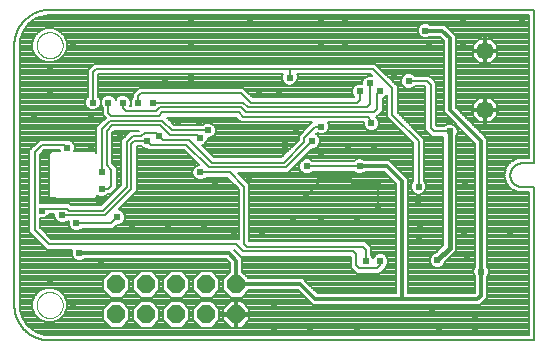
<source format=gbl>
G75*
%MOIN*%
%OFA0B0*%
%FSLAX25Y25*%
%IPPOS*%
%LPD*%
%AMOC8*
5,1,8,0,0,1.08239X$1,22.5*
%
%ADD10C,0.00800*%
%ADD11C,0.00000*%
%ADD12C,0.05709*%
%ADD13OC8,0.06000*%
%ADD14C,0.02381*%
%ADD15C,0.01200*%
%ADD16C,0.01600*%
D10*
X0007465Y0005448D02*
X0173219Y0005448D01*
X0173219Y0004650D02*
X0008564Y0004650D01*
X0009057Y0004291D02*
X0006523Y0006132D01*
X0004682Y0008666D01*
X0003714Y0011645D01*
X0003591Y0013211D01*
X0003591Y0099825D01*
X0003714Y0101391D01*
X0004682Y0104370D01*
X0006523Y0106904D01*
X0009057Y0108745D01*
X0012036Y0109713D01*
X0013602Y0109836D01*
X0173219Y0109836D01*
X0173219Y0062255D01*
X0169773Y0062255D01*
X0167413Y0061119D01*
X0165780Y0059071D01*
X0165198Y0056518D01*
X0165780Y0053965D01*
X0167413Y0051917D01*
X0167413Y0051917D01*
X0167413Y0051917D01*
X0169773Y0050781D01*
X0173219Y0050781D01*
X0173219Y0003200D01*
X0014348Y0003200D01*
X0013602Y0003200D01*
X0012036Y0003323D01*
X0009057Y0004291D01*
X0010411Y0003851D02*
X0173219Y0003851D01*
X0173219Y0006247D02*
X0078156Y0006247D01*
X0077573Y0005663D02*
X0080150Y0008240D01*
X0080150Y0009663D01*
X0076150Y0009663D01*
X0076150Y0010463D01*
X0075350Y0010463D01*
X0075350Y0014463D01*
X0073927Y0014463D01*
X0071350Y0011886D01*
X0071350Y0010463D01*
X0075350Y0010463D01*
X0075350Y0009663D01*
X0071350Y0009663D01*
X0071350Y0008240D01*
X0073927Y0005663D01*
X0075350Y0005663D01*
X0075350Y0009663D01*
X0076150Y0009663D01*
X0076150Y0005663D01*
X0077573Y0005663D01*
X0076150Y0006247D02*
X0075350Y0006247D01*
X0075350Y0007045D02*
X0076150Y0007045D01*
X0076150Y0007844D02*
X0075350Y0007844D01*
X0075350Y0008642D02*
X0076150Y0008642D01*
X0076150Y0009441D02*
X0075350Y0009441D01*
X0075350Y0010239D02*
X0070150Y0010239D01*
X0070150Y0009441D02*
X0071350Y0009441D01*
X0071350Y0008642D02*
X0070150Y0008642D01*
X0070150Y0008240D02*
X0067573Y0005663D01*
X0063927Y0005663D01*
X0061350Y0008240D01*
X0061350Y0011886D01*
X0063927Y0014463D01*
X0067573Y0014463D01*
X0070150Y0011886D01*
X0070150Y0008240D01*
X0069753Y0007844D02*
X0071747Y0007844D01*
X0072545Y0007045D02*
X0068955Y0007045D01*
X0068156Y0006247D02*
X0073344Y0006247D01*
X0078955Y0007045D02*
X0173219Y0007045D01*
X0173219Y0007844D02*
X0079753Y0007844D01*
X0080150Y0008642D02*
X0173219Y0008642D01*
X0173219Y0009441D02*
X0080150Y0009441D01*
X0080150Y0010463D02*
X0080150Y0011886D01*
X0077573Y0014463D01*
X0076150Y0014463D01*
X0076150Y0010463D01*
X0080150Y0010463D01*
X0080150Y0011038D02*
X0173219Y0011038D01*
X0173219Y0011836D02*
X0080150Y0011836D01*
X0079401Y0012635D02*
X0173219Y0012635D01*
X0173219Y0013433D02*
X0157399Y0013433D01*
X0157028Y0013063D02*
X0158200Y0014235D01*
X0159450Y0015485D01*
X0159450Y0022640D01*
X0159646Y0022836D01*
X0160041Y0023788D01*
X0160041Y0024818D01*
X0159646Y0025771D01*
X0159450Y0025967D01*
X0159450Y0068591D01*
X0158278Y0069763D01*
X0148950Y0079091D01*
X0148950Y0102991D01*
X0145278Y0106663D01*
X0140514Y0106663D01*
X0140317Y0106859D01*
X0139365Y0107254D01*
X0138335Y0107254D01*
X0137383Y0106859D01*
X0136654Y0106130D01*
X0136259Y0105178D01*
X0136259Y0104148D01*
X0136654Y0103196D01*
X0137383Y0102467D01*
X0138335Y0102072D01*
X0139365Y0102072D01*
X0140317Y0102467D01*
X0140514Y0102663D01*
X0143622Y0102663D01*
X0144950Y0101335D01*
X0144950Y0077435D01*
X0155450Y0066935D01*
X0155450Y0025967D01*
X0155254Y0025771D01*
X0154859Y0024818D01*
X0154859Y0023788D01*
X0155254Y0022836D01*
X0155450Y0022640D01*
X0155450Y0017141D01*
X0155372Y0017063D01*
X0132950Y0017063D01*
X0132950Y0055299D01*
X0131778Y0056471D01*
X0126778Y0061471D01*
X0118621Y0061471D01*
X0118425Y0061667D01*
X0117473Y0062061D01*
X0116443Y0062061D01*
X0115490Y0061667D01*
X0115094Y0061271D01*
X0101221Y0061271D01*
X0100825Y0061667D01*
X0099873Y0062061D01*
X0098843Y0062061D01*
X0097890Y0061667D01*
X0097162Y0060938D01*
X0096767Y0059986D01*
X0096767Y0058956D01*
X0097162Y0058003D01*
X0097890Y0057275D01*
X0098843Y0056880D01*
X0099873Y0056880D01*
X0100825Y0057275D01*
X0101221Y0057671D01*
X0115094Y0057671D01*
X0115490Y0057275D01*
X0116443Y0056880D01*
X0117473Y0056880D01*
X0118425Y0057275D01*
X0118621Y0057471D01*
X0125122Y0057471D01*
X0128950Y0053642D01*
X0128950Y0017063D01*
X0102978Y0017063D01*
X0099150Y0020891D01*
X0097978Y0022063D01*
X0079973Y0022063D01*
X0077750Y0024286D01*
X0077750Y0028791D01*
X0076578Y0029963D01*
X0074878Y0031663D01*
X0075004Y0031663D01*
X0077404Y0029263D01*
X0113950Y0029263D01*
X0113950Y0025717D01*
X0115004Y0024663D01*
X0116004Y0023663D01*
X0123496Y0023663D01*
X0124550Y0024717D01*
X0125550Y0025717D01*
X0125550Y0025999D01*
X0125946Y0026396D01*
X0126341Y0027348D01*
X0126341Y0028378D01*
X0125946Y0029330D01*
X0125217Y0030059D01*
X0124265Y0030454D01*
X0123235Y0030454D01*
X0122283Y0030059D01*
X0121554Y0029330D01*
X0121350Y0028838D01*
X0121146Y0029330D01*
X0120750Y0029727D01*
X0120750Y0032409D01*
X0119696Y0033463D01*
X0118696Y0034463D01*
X0080150Y0034463D01*
X0080150Y0053409D01*
X0079096Y0054463D01*
X0076296Y0057263D01*
X0093096Y0057263D01*
X0094150Y0058317D01*
X0101155Y0065322D01*
X0101716Y0065322D01*
X0102668Y0065717D01*
X0103397Y0066446D01*
X0103791Y0067398D01*
X0103791Y0068428D01*
X0103397Y0069380D01*
X0102668Y0070109D01*
X0102225Y0070293D01*
X0102541Y0070608D01*
X0102683Y0070467D01*
X0103635Y0070072D01*
X0104665Y0070072D01*
X0105617Y0070467D01*
X0106346Y0071196D01*
X0106741Y0072148D01*
X0106741Y0073178D01*
X0106374Y0074063D01*
X0118259Y0074063D01*
X0118259Y0073248D01*
X0118654Y0072296D01*
X0119383Y0071567D01*
X0120335Y0071172D01*
X0121365Y0071172D01*
X0122317Y0071567D01*
X0123046Y0072296D01*
X0123441Y0073248D01*
X0123441Y0074278D01*
X0123046Y0075230D01*
X0122480Y0075797D01*
X0123596Y0076913D01*
X0124650Y0077967D01*
X0124650Y0082073D01*
X0125117Y0082267D01*
X0125846Y0082996D01*
X0125950Y0083246D01*
X0125950Y0075917D01*
X0127004Y0074863D01*
X0134750Y0067117D01*
X0134750Y0054460D01*
X0134354Y0054064D01*
X0133959Y0053112D01*
X0133959Y0052082D01*
X0134354Y0051129D01*
X0135083Y0050401D01*
X0136035Y0050006D01*
X0137065Y0050006D01*
X0138017Y0050401D01*
X0138746Y0051129D01*
X0139141Y0052082D01*
X0139141Y0053112D01*
X0138746Y0054064D01*
X0138350Y0054460D01*
X0138350Y0068609D01*
X0129550Y0077409D01*
X0129550Y0086209D01*
X0123150Y0092609D01*
X0122096Y0093663D01*
X0028267Y0093663D01*
X0027267Y0092663D01*
X0026213Y0091609D01*
X0026213Y0082527D01*
X0025817Y0082130D01*
X0025422Y0081178D01*
X0025422Y0080148D01*
X0025817Y0079196D01*
X0026546Y0078467D01*
X0027498Y0078072D01*
X0028528Y0078072D01*
X0029480Y0078467D01*
X0030209Y0079196D01*
X0030604Y0080148D01*
X0030604Y0081178D01*
X0030209Y0082130D01*
X0029813Y0082527D01*
X0029813Y0090063D01*
X0091302Y0090063D01*
X0091059Y0089478D01*
X0091059Y0088448D01*
X0091454Y0087496D01*
X0092183Y0086767D01*
X0093135Y0086372D01*
X0094165Y0086372D01*
X0095117Y0086767D01*
X0095846Y0087496D01*
X0096241Y0088448D01*
X0096241Y0089478D01*
X0095998Y0090063D01*
X0120604Y0090063D01*
X0121084Y0089584D01*
X0120915Y0089654D01*
X0119885Y0089654D01*
X0118933Y0089259D01*
X0118204Y0088530D01*
X0117809Y0087578D01*
X0117809Y0086910D01*
X0117464Y0087054D01*
X0116433Y0087054D01*
X0115481Y0086659D01*
X0114752Y0085930D01*
X0114358Y0084978D01*
X0114358Y0083948D01*
X0114752Y0082996D01*
X0115148Y0082599D01*
X0115148Y0082463D01*
X0081296Y0082463D01*
X0079150Y0084609D01*
X0078096Y0085663D01*
X0043456Y0085663D01*
X0042456Y0084663D01*
X0041402Y0083609D01*
X0041402Y0082527D01*
X0041006Y0082130D01*
X0040611Y0081178D01*
X0040611Y0080148D01*
X0040812Y0079663D01*
X0040392Y0079663D01*
X0040593Y0080148D01*
X0040593Y0081178D01*
X0040198Y0082130D01*
X0039469Y0082859D01*
X0038517Y0083254D01*
X0037487Y0083254D01*
X0036535Y0082859D01*
X0035806Y0082130D01*
X0035602Y0081638D01*
X0035398Y0082130D01*
X0034669Y0082859D01*
X0033717Y0083254D01*
X0032687Y0083254D01*
X0031735Y0082859D01*
X0031006Y0082130D01*
X0030611Y0081178D01*
X0030611Y0080148D01*
X0031006Y0079196D01*
X0031402Y0078799D01*
X0031402Y0076517D01*
X0032230Y0075689D01*
X0030204Y0073663D01*
X0029150Y0072609D01*
X0029150Y0063919D01*
X0028606Y0064463D01*
X0021856Y0064463D01*
X0022098Y0065048D01*
X0022098Y0066078D01*
X0021704Y0067030D01*
X0020975Y0067759D01*
X0020023Y0068154D01*
X0019463Y0068154D01*
X0019253Y0068363D01*
X0010304Y0068363D01*
X0009250Y0067309D01*
X0006750Y0064809D01*
X0006750Y0037617D01*
X0012704Y0031663D01*
X0021169Y0031663D01*
X0020885Y0030978D01*
X0020885Y0029948D01*
X0021280Y0028996D01*
X0022009Y0028267D01*
X0022961Y0027872D01*
X0023991Y0027872D01*
X0024943Y0028267D01*
X0025140Y0028463D01*
X0072422Y0028463D01*
X0073750Y0027135D01*
X0073750Y0024286D01*
X0071350Y0021886D01*
X0071350Y0018240D01*
X0073927Y0015663D01*
X0077573Y0015663D01*
X0079973Y0018063D01*
X0096322Y0018063D01*
X0101322Y0013063D01*
X0157028Y0013063D01*
X0158197Y0014232D02*
X0173219Y0014232D01*
X0173219Y0015030D02*
X0158996Y0015030D01*
X0159450Y0015829D02*
X0173219Y0015829D01*
X0173219Y0016627D02*
X0159450Y0016627D01*
X0159450Y0017426D02*
X0173219Y0017426D01*
X0173219Y0018224D02*
X0159450Y0018224D01*
X0159450Y0019023D02*
X0173219Y0019023D01*
X0173219Y0019821D02*
X0159450Y0019821D01*
X0159450Y0020620D02*
X0173219Y0020620D01*
X0173219Y0021418D02*
X0159450Y0021418D01*
X0159450Y0022217D02*
X0173219Y0022217D01*
X0173219Y0023015D02*
X0159721Y0023015D01*
X0160041Y0023814D02*
X0173219Y0023814D01*
X0173219Y0024612D02*
X0160041Y0024612D01*
X0159795Y0025411D02*
X0173219Y0025411D01*
X0173219Y0026209D02*
X0159450Y0026209D01*
X0159450Y0027008D02*
X0173219Y0027008D01*
X0173219Y0027806D02*
X0159450Y0027806D01*
X0159450Y0028605D02*
X0173219Y0028605D01*
X0173219Y0029403D02*
X0159450Y0029403D01*
X0159450Y0030202D02*
X0173219Y0030202D01*
X0173219Y0031000D02*
X0159450Y0031000D01*
X0159450Y0031799D02*
X0173219Y0031799D01*
X0173219Y0032597D02*
X0159450Y0032597D01*
X0159450Y0033396D02*
X0173219Y0033396D01*
X0173219Y0034195D02*
X0159450Y0034195D01*
X0159450Y0034993D02*
X0173219Y0034993D01*
X0173219Y0035792D02*
X0159450Y0035792D01*
X0159450Y0036590D02*
X0173219Y0036590D01*
X0173219Y0037389D02*
X0159450Y0037389D01*
X0159450Y0038187D02*
X0173219Y0038187D01*
X0173219Y0038986D02*
X0159450Y0038986D01*
X0159450Y0039784D02*
X0173219Y0039784D01*
X0173219Y0040583D02*
X0159450Y0040583D01*
X0159450Y0041381D02*
X0173219Y0041381D01*
X0173219Y0042180D02*
X0159450Y0042180D01*
X0159450Y0042978D02*
X0173219Y0042978D01*
X0173219Y0043777D02*
X0159450Y0043777D01*
X0159450Y0044575D02*
X0173219Y0044575D01*
X0173219Y0045374D02*
X0159450Y0045374D01*
X0159450Y0046172D02*
X0173219Y0046172D01*
X0173219Y0046971D02*
X0159450Y0046971D01*
X0159450Y0047769D02*
X0173219Y0047769D01*
X0173219Y0048568D02*
X0159450Y0048568D01*
X0159450Y0049366D02*
X0173219Y0049366D01*
X0173219Y0050165D02*
X0159450Y0050165D01*
X0159450Y0050963D02*
X0169395Y0050963D01*
X0167736Y0051762D02*
X0159450Y0051762D01*
X0159450Y0052560D02*
X0166901Y0052560D01*
X0166264Y0053359D02*
X0159450Y0053359D01*
X0159450Y0054157D02*
X0165737Y0054157D01*
X0165780Y0053965D02*
X0165780Y0053965D01*
X0165554Y0054956D02*
X0159450Y0054956D01*
X0159450Y0055754D02*
X0165372Y0055754D01*
X0165198Y0056518D02*
X0165198Y0056518D01*
X0165206Y0056553D02*
X0159450Y0056553D01*
X0159450Y0057351D02*
X0165388Y0057351D01*
X0165570Y0058150D02*
X0159450Y0058150D01*
X0159450Y0058948D02*
X0165752Y0058948D01*
X0165780Y0059071D02*
X0165780Y0059071D01*
X0166319Y0059747D02*
X0159450Y0059747D01*
X0159450Y0060545D02*
X0166956Y0060545D01*
X0167413Y0061119D02*
X0167413Y0061119D01*
X0167881Y0061344D02*
X0159450Y0061344D01*
X0159450Y0062142D02*
X0169539Y0062142D01*
X0171082Y0060455D02*
X0175019Y0060455D01*
X0175019Y0111636D01*
X0013602Y0111636D01*
X0010625Y0109255D02*
X0173219Y0109255D01*
X0173219Y0108456D02*
X0008659Y0108456D01*
X0007560Y0107658D02*
X0173219Y0107658D01*
X0173219Y0106859D02*
X0140318Y0106859D01*
X0137382Y0106859D02*
X0006490Y0106859D01*
X0005910Y0106061D02*
X0136625Y0106061D01*
X0136294Y0105262D02*
X0015451Y0105262D01*
X0014742Y0105556D02*
X0012462Y0105556D01*
X0010356Y0104683D01*
X0008744Y0103071D01*
X0007871Y0100965D01*
X0007871Y0098685D01*
X0008744Y0096579D01*
X0010356Y0094967D01*
X0012462Y0094094D01*
X0014742Y0094094D01*
X0016848Y0094967D01*
X0018460Y0096579D01*
X0019333Y0098685D01*
X0019333Y0100965D01*
X0018460Y0103071D01*
X0016848Y0104683D01*
X0014742Y0105556D01*
X0017068Y0104464D02*
X0136259Y0104464D01*
X0136459Y0103665D02*
X0017867Y0103665D01*
X0018545Y0102866D02*
X0136983Y0102866D01*
X0144217Y0102068D02*
X0018876Y0102068D01*
X0019207Y0101269D02*
X0144950Y0101269D01*
X0144950Y0100471D02*
X0019333Y0100471D01*
X0019333Y0099672D02*
X0144950Y0099672D01*
X0144950Y0098874D02*
X0019333Y0098874D01*
X0019080Y0098075D02*
X0144950Y0098075D01*
X0144950Y0097277D02*
X0018749Y0097277D01*
X0018360Y0096478D02*
X0144950Y0096478D01*
X0144950Y0095680D02*
X0017561Y0095680D01*
X0016642Y0094881D02*
X0144950Y0094881D01*
X0144950Y0094083D02*
X0003591Y0094083D01*
X0003591Y0094881D02*
X0010562Y0094881D01*
X0009643Y0095680D02*
X0003591Y0095680D01*
X0003591Y0096478D02*
X0008844Y0096478D01*
X0008455Y0097277D02*
X0003591Y0097277D01*
X0003591Y0098075D02*
X0008124Y0098075D01*
X0007871Y0098874D02*
X0003591Y0098874D01*
X0003591Y0099672D02*
X0007871Y0099672D01*
X0007871Y0100471D02*
X0003642Y0100471D01*
X0003705Y0101269D02*
X0007997Y0101269D01*
X0008328Y0102068D02*
X0003934Y0102068D01*
X0004194Y0102866D02*
X0008659Y0102866D01*
X0009337Y0103665D02*
X0004453Y0103665D01*
X0004750Y0104464D02*
X0010136Y0104464D01*
X0011753Y0105262D02*
X0005330Y0105262D01*
X0001791Y0099825D02*
X0001791Y0013211D01*
X0003591Y0013433D02*
X0007871Y0013433D01*
X0007871Y0012635D02*
X0003636Y0012635D01*
X0003699Y0011836D02*
X0007969Y0011836D01*
X0007871Y0012071D02*
X0008744Y0009965D01*
X0010356Y0008353D01*
X0012462Y0007480D01*
X0014742Y0007480D01*
X0016848Y0008353D01*
X0018460Y0009965D01*
X0019333Y0012071D01*
X0019333Y0014351D01*
X0018460Y0016457D01*
X0016848Y0018069D01*
X0014742Y0018942D01*
X0012462Y0018942D01*
X0010356Y0018069D01*
X0008744Y0016457D01*
X0007871Y0014351D01*
X0007871Y0012071D01*
X0008299Y0011038D02*
X0003912Y0011038D01*
X0004171Y0010239D02*
X0008630Y0010239D01*
X0009268Y0009441D02*
X0004430Y0009441D01*
X0004699Y0008642D02*
X0010066Y0008642D01*
X0011585Y0007844D02*
X0005280Y0007844D01*
X0005860Y0007045D02*
X0032545Y0007045D01*
X0031747Y0007844D02*
X0015619Y0007844D01*
X0017138Y0008642D02*
X0031350Y0008642D01*
X0031350Y0008240D02*
X0033927Y0005663D01*
X0037573Y0005663D01*
X0040150Y0008240D01*
X0040150Y0011886D01*
X0037573Y0014463D01*
X0033927Y0014463D01*
X0031350Y0011886D01*
X0031350Y0008240D01*
X0031350Y0009441D02*
X0017936Y0009441D01*
X0018574Y0010239D02*
X0031350Y0010239D01*
X0031350Y0011038D02*
X0018905Y0011038D01*
X0019235Y0011836D02*
X0031350Y0011836D01*
X0032099Y0012635D02*
X0019333Y0012635D01*
X0019333Y0013433D02*
X0032898Y0013433D01*
X0033696Y0014232D02*
X0019333Y0014232D01*
X0019051Y0015030D02*
X0099354Y0015030D01*
X0098556Y0015829D02*
X0077738Y0015829D01*
X0078537Y0016627D02*
X0097757Y0016627D01*
X0096959Y0017426D02*
X0079335Y0017426D01*
X0077804Y0014232D02*
X0100153Y0014232D01*
X0100951Y0013433D02*
X0078602Y0013433D01*
X0076150Y0013433D02*
X0075350Y0013433D01*
X0075350Y0012635D02*
X0076150Y0012635D01*
X0076150Y0011836D02*
X0075350Y0011836D01*
X0075350Y0011038D02*
X0076150Y0011038D01*
X0076150Y0010239D02*
X0173219Y0010239D01*
X0175019Y0001400D02*
X0175019Y0052581D01*
X0171082Y0052581D01*
X0170958Y0052583D01*
X0170835Y0052589D01*
X0170711Y0052598D01*
X0170589Y0052612D01*
X0170466Y0052629D01*
X0170344Y0052651D01*
X0170223Y0052676D01*
X0170103Y0052705D01*
X0169984Y0052737D01*
X0169865Y0052774D01*
X0169748Y0052814D01*
X0169633Y0052857D01*
X0169518Y0052905D01*
X0169406Y0052956D01*
X0169295Y0053010D01*
X0169185Y0053068D01*
X0169078Y0053129D01*
X0168972Y0053194D01*
X0168869Y0053262D01*
X0168768Y0053333D01*
X0168669Y0053407D01*
X0168572Y0053484D01*
X0168478Y0053565D01*
X0168387Y0053648D01*
X0168298Y0053734D01*
X0168212Y0053823D01*
X0168129Y0053914D01*
X0168048Y0054008D01*
X0167971Y0054105D01*
X0167897Y0054204D01*
X0167826Y0054305D01*
X0167758Y0054408D01*
X0167693Y0054514D01*
X0167632Y0054621D01*
X0167574Y0054731D01*
X0167520Y0054842D01*
X0167469Y0054954D01*
X0167421Y0055069D01*
X0167378Y0055184D01*
X0167338Y0055301D01*
X0167301Y0055420D01*
X0167269Y0055539D01*
X0167240Y0055659D01*
X0167215Y0055780D01*
X0167193Y0055902D01*
X0167176Y0056025D01*
X0167162Y0056147D01*
X0167153Y0056271D01*
X0167147Y0056394D01*
X0167145Y0056518D01*
X0167147Y0056642D01*
X0167153Y0056765D01*
X0167162Y0056889D01*
X0167176Y0057011D01*
X0167193Y0057134D01*
X0167215Y0057256D01*
X0167240Y0057377D01*
X0167269Y0057497D01*
X0167301Y0057616D01*
X0167338Y0057735D01*
X0167378Y0057852D01*
X0167421Y0057967D01*
X0167469Y0058082D01*
X0167520Y0058194D01*
X0167574Y0058305D01*
X0167632Y0058415D01*
X0167693Y0058522D01*
X0167758Y0058628D01*
X0167826Y0058731D01*
X0167897Y0058832D01*
X0167971Y0058931D01*
X0168048Y0059028D01*
X0168129Y0059122D01*
X0168212Y0059213D01*
X0168298Y0059302D01*
X0168387Y0059388D01*
X0168478Y0059471D01*
X0168572Y0059552D01*
X0168669Y0059629D01*
X0168768Y0059703D01*
X0168869Y0059774D01*
X0168972Y0059842D01*
X0169078Y0059907D01*
X0169185Y0059968D01*
X0169295Y0060026D01*
X0169406Y0060080D01*
X0169518Y0060131D01*
X0169633Y0060179D01*
X0169748Y0060222D01*
X0169865Y0060262D01*
X0169984Y0060299D01*
X0170103Y0060331D01*
X0170223Y0060360D01*
X0170344Y0060385D01*
X0170466Y0060407D01*
X0170589Y0060424D01*
X0170711Y0060438D01*
X0170835Y0060447D01*
X0170958Y0060453D01*
X0171082Y0060455D01*
X0173219Y0062941D02*
X0159450Y0062941D01*
X0159450Y0063739D02*
X0173219Y0063739D01*
X0173219Y0064538D02*
X0159450Y0064538D01*
X0159450Y0065336D02*
X0173219Y0065336D01*
X0173219Y0066135D02*
X0159450Y0066135D01*
X0159450Y0066933D02*
X0173219Y0066933D01*
X0173219Y0067732D02*
X0159450Y0067732D01*
X0159450Y0068530D02*
X0173219Y0068530D01*
X0173219Y0069329D02*
X0158712Y0069329D01*
X0158278Y0069763D02*
X0158278Y0069763D01*
X0157914Y0070128D02*
X0173219Y0070128D01*
X0173219Y0070926D02*
X0157115Y0070926D01*
X0156317Y0071725D02*
X0173219Y0071725D01*
X0173219Y0072523D02*
X0155518Y0072523D01*
X0154720Y0073322D02*
X0173219Y0073322D01*
X0173219Y0074120D02*
X0159881Y0074120D01*
X0159701Y0074061D02*
X0160337Y0074268D01*
X0160934Y0074572D01*
X0161476Y0074966D01*
X0161949Y0075440D01*
X0162343Y0075981D01*
X0162647Y0076578D01*
X0162854Y0077215D01*
X0162948Y0077811D01*
X0159104Y0077811D01*
X0159104Y0073967D01*
X0159701Y0074061D01*
X0159104Y0074120D02*
X0158304Y0074120D01*
X0158304Y0073967D02*
X0158304Y0077811D01*
X0154460Y0077811D01*
X0154555Y0077215D01*
X0154762Y0076578D01*
X0155066Y0075981D01*
X0155459Y0075440D01*
X0155933Y0074966D01*
X0156475Y0074572D01*
X0157071Y0074268D01*
X0157708Y0074061D01*
X0158304Y0073967D01*
X0157528Y0074120D02*
X0153921Y0074120D01*
X0153123Y0074919D02*
X0155998Y0074919D01*
X0155258Y0075717D02*
X0152324Y0075717D01*
X0151526Y0076516D02*
X0154793Y0076516D01*
X0154539Y0077314D02*
X0150727Y0077314D01*
X0149929Y0078113D02*
X0158304Y0078113D01*
X0158304Y0077811D02*
X0158304Y0078611D01*
X0154460Y0078611D01*
X0154555Y0079207D01*
X0154762Y0079844D01*
X0155066Y0080441D01*
X0155459Y0080983D01*
X0155933Y0081456D01*
X0156475Y0081850D01*
X0157071Y0082154D01*
X0157708Y0082361D01*
X0158304Y0082455D01*
X0158304Y0078611D01*
X0159104Y0078611D01*
X0159104Y0082455D01*
X0159701Y0082361D01*
X0160337Y0082154D01*
X0160934Y0081850D01*
X0161476Y0081456D01*
X0161949Y0080983D01*
X0162343Y0080441D01*
X0162647Y0079844D01*
X0162854Y0079207D01*
X0162948Y0078611D01*
X0159104Y0078611D01*
X0159104Y0077811D01*
X0158304Y0077811D01*
X0158304Y0077314D02*
X0159104Y0077314D01*
X0159104Y0076516D02*
X0158304Y0076516D01*
X0158304Y0075717D02*
X0159104Y0075717D01*
X0159104Y0074919D02*
X0158304Y0074919D01*
X0161411Y0074919D02*
X0173219Y0074919D01*
X0173219Y0075717D02*
X0162151Y0075717D01*
X0162615Y0076516D02*
X0173219Y0076516D01*
X0173219Y0077314D02*
X0162870Y0077314D01*
X0162901Y0078911D02*
X0173219Y0078911D01*
X0173219Y0078113D02*
X0159104Y0078113D01*
X0159104Y0078911D02*
X0158304Y0078911D01*
X0158304Y0079710D02*
X0159104Y0079710D01*
X0159104Y0080508D02*
X0158304Y0080508D01*
X0158304Y0081307D02*
X0159104Y0081307D01*
X0159104Y0082105D02*
X0158304Y0082105D01*
X0156976Y0082105D02*
X0148950Y0082105D01*
X0148950Y0081307D02*
X0155783Y0081307D01*
X0155115Y0080508D02*
X0148950Y0080508D01*
X0148950Y0079710D02*
X0154718Y0079710D01*
X0154508Y0078911D02*
X0149130Y0078911D01*
X0145869Y0076516D02*
X0142350Y0076516D01*
X0142350Y0077314D02*
X0145070Y0077314D01*
X0144950Y0078113D02*
X0142350Y0078113D01*
X0142350Y0078911D02*
X0144950Y0078911D01*
X0144950Y0079710D02*
X0142350Y0079710D01*
X0142350Y0080508D02*
X0144950Y0080508D01*
X0144950Y0081307D02*
X0142350Y0081307D01*
X0142350Y0082105D02*
X0144950Y0082105D01*
X0144950Y0082904D02*
X0142350Y0082904D01*
X0142350Y0083702D02*
X0144950Y0083702D01*
X0144950Y0084501D02*
X0142350Y0084501D01*
X0142350Y0085299D02*
X0144950Y0085299D01*
X0144950Y0086098D02*
X0142350Y0086098D01*
X0142350Y0086896D02*
X0144950Y0086896D01*
X0144950Y0087695D02*
X0142014Y0087695D01*
X0142350Y0087359D02*
X0141296Y0088413D01*
X0140046Y0089663D01*
X0135214Y0089663D01*
X0134817Y0090059D01*
X0133865Y0090454D01*
X0132835Y0090454D01*
X0131883Y0090059D01*
X0131154Y0089330D01*
X0130759Y0088378D01*
X0130759Y0087348D01*
X0131154Y0086396D01*
X0131883Y0085667D01*
X0132835Y0085272D01*
X0133865Y0085272D01*
X0134817Y0085667D01*
X0135214Y0086063D01*
X0138554Y0086063D01*
X0138750Y0085867D01*
X0138750Y0071567D01*
X0140000Y0070317D01*
X0141054Y0069263D01*
X0144750Y0069263D01*
X0144750Y0033174D01*
X0142325Y0030750D01*
X0141383Y0030359D01*
X0140654Y0029630D01*
X0140259Y0028678D01*
X0140259Y0027648D01*
X0140654Y0026696D01*
X0141383Y0025967D01*
X0142335Y0025572D01*
X0143365Y0025572D01*
X0144317Y0025967D01*
X0145046Y0026696D01*
X0145437Y0027638D01*
X0149150Y0031352D01*
X0149150Y0069605D01*
X0149541Y0070548D01*
X0149541Y0071578D01*
X0149146Y0072530D01*
X0148417Y0073259D01*
X0147465Y0073654D01*
X0146435Y0073654D01*
X0145483Y0073259D01*
X0145086Y0072863D01*
X0142546Y0072863D01*
X0142350Y0073059D01*
X0142350Y0087359D01*
X0141215Y0088493D02*
X0144950Y0088493D01*
X0144950Y0089292D02*
X0140417Y0089292D01*
X0139300Y0087863D02*
X0140550Y0086613D01*
X0140550Y0072313D01*
X0141800Y0071063D01*
X0146950Y0071063D01*
X0149366Y0070128D02*
X0152257Y0070128D01*
X0151459Y0070926D02*
X0149541Y0070926D01*
X0149480Y0071725D02*
X0150660Y0071725D01*
X0149862Y0072523D02*
X0149149Y0072523D01*
X0149063Y0073322D02*
X0148267Y0073322D01*
X0148264Y0074120D02*
X0142350Y0074120D01*
X0142350Y0073322D02*
X0145633Y0073322D01*
X0147466Y0074919D02*
X0142350Y0074919D01*
X0142350Y0075717D02*
X0146667Y0075717D01*
X0140190Y0070128D02*
X0136831Y0070128D01*
X0136033Y0070926D02*
X0139391Y0070926D01*
X0138750Y0071725D02*
X0135234Y0071725D01*
X0134436Y0072523D02*
X0138750Y0072523D01*
X0138750Y0073322D02*
X0133637Y0073322D01*
X0132838Y0074120D02*
X0138750Y0074120D01*
X0138750Y0074919D02*
X0132040Y0074919D01*
X0131241Y0075717D02*
X0138750Y0075717D01*
X0138750Y0076516D02*
X0130443Y0076516D01*
X0129644Y0077314D02*
X0138750Y0077314D01*
X0138750Y0078113D02*
X0129550Y0078113D01*
X0129550Y0078911D02*
X0138750Y0078911D01*
X0138750Y0079710D02*
X0129550Y0079710D01*
X0129550Y0080508D02*
X0138750Y0080508D01*
X0138750Y0081307D02*
X0129550Y0081307D01*
X0129550Y0082105D02*
X0138750Y0082105D01*
X0138750Y0082904D02*
X0129550Y0082904D01*
X0129550Y0083702D02*
X0138750Y0083702D01*
X0138750Y0084501D02*
X0129550Y0084501D01*
X0129550Y0085299D02*
X0132770Y0085299D01*
X0133930Y0085299D02*
X0138750Y0085299D01*
X0139300Y0087863D02*
X0133350Y0087863D01*
X0130946Y0086896D02*
X0128862Y0086896D01*
X0129550Y0086098D02*
X0131452Y0086098D01*
X0130759Y0087695D02*
X0128064Y0087695D01*
X0127265Y0088493D02*
X0130807Y0088493D01*
X0131138Y0089292D02*
X0126467Y0089292D01*
X0125668Y0090090D02*
X0131958Y0090090D01*
X0134742Y0090090D02*
X0144950Y0090090D01*
X0144950Y0090889D02*
X0124870Y0090889D01*
X0124071Y0091687D02*
X0144950Y0091687D01*
X0144950Y0092486D02*
X0123273Y0092486D01*
X0122474Y0093284D02*
X0144950Y0093284D01*
X0148950Y0093284D02*
X0173219Y0093284D01*
X0173219Y0092486D02*
X0148950Y0092486D01*
X0148950Y0091687D02*
X0173219Y0091687D01*
X0173219Y0090889D02*
X0148950Y0090889D01*
X0148950Y0090090D02*
X0173219Y0090090D01*
X0173219Y0089292D02*
X0148950Y0089292D01*
X0148950Y0088493D02*
X0173219Y0088493D01*
X0173219Y0087695D02*
X0148950Y0087695D01*
X0148950Y0086896D02*
X0173219Y0086896D01*
X0173219Y0086098D02*
X0148950Y0086098D01*
X0148950Y0085299D02*
X0173219Y0085299D01*
X0173219Y0084501D02*
X0148950Y0084501D01*
X0148950Y0083702D02*
X0173219Y0083702D01*
X0173219Y0082904D02*
X0148950Y0082904D01*
X0160433Y0082105D02*
X0173219Y0082105D01*
X0173219Y0081307D02*
X0161625Y0081307D01*
X0162294Y0080508D02*
X0173219Y0080508D01*
X0173219Y0079710D02*
X0162691Y0079710D01*
X0153056Y0069329D02*
X0149150Y0069329D01*
X0149150Y0068530D02*
X0153854Y0068530D01*
X0154653Y0067732D02*
X0149150Y0067732D01*
X0149150Y0066933D02*
X0155450Y0066933D01*
X0155450Y0066135D02*
X0149150Y0066135D01*
X0149150Y0065336D02*
X0155450Y0065336D01*
X0155450Y0064538D02*
X0149150Y0064538D01*
X0149150Y0063739D02*
X0155450Y0063739D01*
X0155450Y0062941D02*
X0149150Y0062941D01*
X0149150Y0062142D02*
X0155450Y0062142D01*
X0155450Y0061344D02*
X0149150Y0061344D01*
X0149150Y0060545D02*
X0155450Y0060545D01*
X0155450Y0059747D02*
X0149150Y0059747D01*
X0149150Y0058948D02*
X0155450Y0058948D01*
X0155450Y0058150D02*
X0149150Y0058150D01*
X0149150Y0057351D02*
X0155450Y0057351D01*
X0155450Y0056553D02*
X0149150Y0056553D01*
X0149150Y0055754D02*
X0155450Y0055754D01*
X0155450Y0054956D02*
X0149150Y0054956D01*
X0149150Y0054157D02*
X0155450Y0054157D01*
X0155450Y0053359D02*
X0149150Y0053359D01*
X0149150Y0052560D02*
X0155450Y0052560D01*
X0155450Y0051762D02*
X0149150Y0051762D01*
X0149150Y0050963D02*
X0155450Y0050963D01*
X0155450Y0050165D02*
X0149150Y0050165D01*
X0149150Y0049366D02*
X0155450Y0049366D01*
X0155450Y0048568D02*
X0149150Y0048568D01*
X0149150Y0047769D02*
X0155450Y0047769D01*
X0155450Y0046971D02*
X0149150Y0046971D01*
X0149150Y0046172D02*
X0155450Y0046172D01*
X0155450Y0045374D02*
X0149150Y0045374D01*
X0149150Y0044575D02*
X0155450Y0044575D01*
X0155450Y0043777D02*
X0149150Y0043777D01*
X0149150Y0042978D02*
X0155450Y0042978D01*
X0155450Y0042180D02*
X0149150Y0042180D01*
X0149150Y0041381D02*
X0155450Y0041381D01*
X0155450Y0040583D02*
X0149150Y0040583D01*
X0149150Y0039784D02*
X0155450Y0039784D01*
X0155450Y0038986D02*
X0149150Y0038986D01*
X0149150Y0038187D02*
X0155450Y0038187D01*
X0155450Y0037389D02*
X0149150Y0037389D01*
X0149150Y0036590D02*
X0155450Y0036590D01*
X0155450Y0035792D02*
X0149150Y0035792D01*
X0149150Y0034993D02*
X0155450Y0034993D01*
X0155450Y0034195D02*
X0149150Y0034195D01*
X0149150Y0033396D02*
X0155450Y0033396D01*
X0155450Y0032597D02*
X0149150Y0032597D01*
X0149150Y0031799D02*
X0155450Y0031799D01*
X0155450Y0031000D02*
X0148799Y0031000D01*
X0148000Y0030202D02*
X0155450Y0030202D01*
X0155450Y0029403D02*
X0147202Y0029403D01*
X0146403Y0028605D02*
X0155450Y0028605D01*
X0155450Y0027806D02*
X0145605Y0027806D01*
X0145176Y0027008D02*
X0155450Y0027008D01*
X0155450Y0026209D02*
X0144560Y0026209D01*
X0141140Y0026209D02*
X0132950Y0026209D01*
X0132950Y0025411D02*
X0155105Y0025411D01*
X0154859Y0024612D02*
X0132950Y0024612D01*
X0132950Y0023814D02*
X0154859Y0023814D01*
X0155179Y0023015D02*
X0132950Y0023015D01*
X0132950Y0022217D02*
X0155450Y0022217D01*
X0155450Y0021418D02*
X0132950Y0021418D01*
X0132950Y0020620D02*
X0155450Y0020620D01*
X0155450Y0019821D02*
X0132950Y0019821D01*
X0132950Y0019023D02*
X0155450Y0019023D01*
X0155450Y0018224D02*
X0132950Y0018224D01*
X0132950Y0017426D02*
X0155450Y0017426D01*
X0140524Y0027008D02*
X0132950Y0027008D01*
X0132950Y0027806D02*
X0140259Y0027806D01*
X0140259Y0028605D02*
X0132950Y0028605D01*
X0132950Y0029403D02*
X0140560Y0029403D01*
X0141225Y0030202D02*
X0132950Y0030202D01*
X0132950Y0031000D02*
X0142576Y0031000D01*
X0143375Y0031799D02*
X0132950Y0031799D01*
X0132950Y0032597D02*
X0144173Y0032597D01*
X0144750Y0033396D02*
X0132950Y0033396D01*
X0132950Y0034195D02*
X0144750Y0034195D01*
X0144750Y0034993D02*
X0132950Y0034993D01*
X0132950Y0035792D02*
X0144750Y0035792D01*
X0144750Y0036590D02*
X0132950Y0036590D01*
X0132950Y0037389D02*
X0144750Y0037389D01*
X0144750Y0038187D02*
X0132950Y0038187D01*
X0132950Y0038986D02*
X0144750Y0038986D01*
X0144750Y0039784D02*
X0132950Y0039784D01*
X0132950Y0040583D02*
X0144750Y0040583D01*
X0144750Y0041381D02*
X0132950Y0041381D01*
X0132950Y0042180D02*
X0144750Y0042180D01*
X0144750Y0042978D02*
X0132950Y0042978D01*
X0132950Y0043777D02*
X0144750Y0043777D01*
X0144750Y0044575D02*
X0132950Y0044575D01*
X0132950Y0045374D02*
X0144750Y0045374D01*
X0144750Y0046172D02*
X0132950Y0046172D01*
X0132950Y0046971D02*
X0144750Y0046971D01*
X0144750Y0047769D02*
X0132950Y0047769D01*
X0132950Y0048568D02*
X0144750Y0048568D01*
X0144750Y0049366D02*
X0132950Y0049366D01*
X0132950Y0050165D02*
X0135652Y0050165D01*
X0134520Y0050963D02*
X0132950Y0050963D01*
X0132950Y0051762D02*
X0134092Y0051762D01*
X0133959Y0052560D02*
X0132950Y0052560D01*
X0132950Y0053359D02*
X0134062Y0053359D01*
X0134447Y0054157D02*
X0132950Y0054157D01*
X0132950Y0054956D02*
X0134750Y0054956D01*
X0134750Y0055754D02*
X0132495Y0055754D01*
X0131778Y0056471D02*
X0131778Y0056471D01*
X0131696Y0056553D02*
X0134750Y0056553D01*
X0134750Y0057351D02*
X0130898Y0057351D01*
X0130099Y0058150D02*
X0134750Y0058150D01*
X0134750Y0058948D02*
X0129301Y0058948D01*
X0128502Y0059747D02*
X0134750Y0059747D01*
X0134750Y0060545D02*
X0127704Y0060545D01*
X0126905Y0061344D02*
X0134750Y0061344D01*
X0134750Y0062142D02*
X0097975Y0062142D01*
X0097567Y0061344D02*
X0097177Y0061344D01*
X0096999Y0060545D02*
X0096378Y0060545D01*
X0096767Y0059747D02*
X0095580Y0059747D01*
X0094781Y0058948D02*
X0096770Y0058948D01*
X0097101Y0058150D02*
X0093983Y0058150D01*
X0093184Y0057351D02*
X0097814Y0057351D01*
X0100902Y0057351D02*
X0115414Y0057351D01*
X0116958Y0059471D02*
X0099358Y0059471D01*
X0101148Y0061344D02*
X0115167Y0061344D01*
X0118502Y0057351D02*
X0125241Y0057351D01*
X0126040Y0056553D02*
X0077006Y0056553D01*
X0077804Y0055754D02*
X0126838Y0055754D01*
X0127637Y0054956D02*
X0078603Y0054956D01*
X0079401Y0054157D02*
X0128435Y0054157D01*
X0128950Y0053359D02*
X0080150Y0053359D01*
X0080150Y0052560D02*
X0128950Y0052560D01*
X0128950Y0051762D02*
X0080150Y0051762D01*
X0080150Y0050963D02*
X0128950Y0050963D01*
X0128950Y0050165D02*
X0080150Y0050165D01*
X0080150Y0049366D02*
X0128950Y0049366D01*
X0128950Y0048568D02*
X0080150Y0048568D01*
X0080150Y0047769D02*
X0128950Y0047769D01*
X0128950Y0046971D02*
X0080150Y0046971D01*
X0080150Y0046172D02*
X0128950Y0046172D01*
X0128950Y0045374D02*
X0080150Y0045374D01*
X0080150Y0044575D02*
X0128950Y0044575D01*
X0128950Y0043777D02*
X0080150Y0043777D01*
X0080150Y0042978D02*
X0128950Y0042978D01*
X0128950Y0042180D02*
X0080150Y0042180D01*
X0080150Y0041381D02*
X0128950Y0041381D01*
X0128950Y0040583D02*
X0080150Y0040583D01*
X0080150Y0039784D02*
X0128950Y0039784D01*
X0128950Y0038986D02*
X0080150Y0038986D01*
X0080150Y0038187D02*
X0128950Y0038187D01*
X0128950Y0037389D02*
X0080150Y0037389D01*
X0080150Y0036590D02*
X0128950Y0036590D01*
X0128950Y0035792D02*
X0080150Y0035792D01*
X0080150Y0034993D02*
X0128950Y0034993D01*
X0128950Y0034195D02*
X0118964Y0034195D01*
X0119763Y0033396D02*
X0128950Y0033396D01*
X0128950Y0032597D02*
X0120561Y0032597D01*
X0120750Y0031799D02*
X0128950Y0031799D01*
X0128950Y0031000D02*
X0120750Y0031000D01*
X0120750Y0030202D02*
X0122627Y0030202D01*
X0121627Y0029403D02*
X0121073Y0029403D01*
X0118950Y0027863D02*
X0118950Y0031663D01*
X0117950Y0032663D01*
X0079350Y0032663D01*
X0078350Y0033663D01*
X0078350Y0052663D01*
X0073550Y0057463D01*
X0063750Y0057463D01*
X0065614Y0055663D02*
X0072804Y0055663D01*
X0076550Y0051917D01*
X0076550Y0035209D01*
X0076496Y0035263D01*
X0014196Y0035263D01*
X0010350Y0039109D01*
X0010350Y0042149D01*
X0010535Y0042072D01*
X0011565Y0042072D01*
X0012517Y0042467D01*
X0013246Y0043196D01*
X0013398Y0043563D01*
X0015159Y0043563D01*
X0015159Y0042548D01*
X0015554Y0041596D01*
X0016283Y0040867D01*
X0017235Y0040472D01*
X0018265Y0040472D01*
X0019217Y0040867D01*
X0019614Y0041263D01*
X0020003Y0041263D01*
X0019885Y0040978D01*
X0019885Y0039948D01*
X0020280Y0038996D01*
X0021009Y0038267D01*
X0021961Y0037872D01*
X0022991Y0037872D01*
X0023943Y0038267D01*
X0024340Y0038663D01*
X0034814Y0038663D01*
X0036074Y0039922D01*
X0036634Y0039922D01*
X0037586Y0040317D01*
X0038315Y0041046D01*
X0038709Y0041998D01*
X0038709Y0043028D01*
X0038315Y0043980D01*
X0037586Y0044709D01*
X0036635Y0045103D01*
X0042650Y0051117D01*
X0042650Y0066063D01*
X0044286Y0066063D01*
X0044683Y0065667D01*
X0045635Y0065272D01*
X0046195Y0065272D01*
X0046604Y0064863D01*
X0058404Y0064863D01*
X0063220Y0060047D01*
X0062283Y0059659D01*
X0061554Y0058930D01*
X0061159Y0057978D01*
X0061159Y0056948D01*
X0061554Y0055996D01*
X0062283Y0055267D01*
X0063235Y0054872D01*
X0064265Y0054872D01*
X0065217Y0055267D01*
X0065614Y0055663D01*
X0064467Y0054956D02*
X0073512Y0054956D01*
X0074310Y0054157D02*
X0042650Y0054157D01*
X0042650Y0053359D02*
X0075109Y0053359D01*
X0075907Y0052560D02*
X0042650Y0052560D01*
X0042650Y0051762D02*
X0076550Y0051762D01*
X0076550Y0050963D02*
X0042496Y0050963D01*
X0041697Y0050165D02*
X0076550Y0050165D01*
X0076550Y0049366D02*
X0040899Y0049366D01*
X0040100Y0048568D02*
X0076550Y0048568D01*
X0076550Y0047769D02*
X0039302Y0047769D01*
X0038503Y0046971D02*
X0076550Y0046971D01*
X0076550Y0046172D02*
X0037705Y0046172D01*
X0036906Y0045374D02*
X0076550Y0045374D01*
X0076550Y0044575D02*
X0037720Y0044575D01*
X0038399Y0043777D02*
X0076550Y0043777D01*
X0076550Y0042978D02*
X0038709Y0042978D01*
X0038709Y0042180D02*
X0076550Y0042180D01*
X0076550Y0041381D02*
X0038454Y0041381D01*
X0037852Y0040583D02*
X0076550Y0040583D01*
X0076550Y0039784D02*
X0035935Y0039784D01*
X0035137Y0038986D02*
X0076550Y0038986D01*
X0076550Y0038187D02*
X0023751Y0038187D01*
X0021201Y0038187D02*
X0011271Y0038187D01*
X0010473Y0038986D02*
X0020290Y0038986D01*
X0019953Y0039784D02*
X0010350Y0039784D01*
X0010350Y0040583D02*
X0016969Y0040583D01*
X0015768Y0041381D02*
X0010350Y0041381D01*
X0011824Y0042180D02*
X0015312Y0042180D01*
X0015159Y0042978D02*
X0013029Y0042978D01*
X0011050Y0044663D02*
X0011750Y0045363D01*
X0019350Y0045363D01*
X0020050Y0044663D01*
X0031350Y0044663D01*
X0039250Y0052563D01*
X0039250Y0067463D01*
X0041250Y0069463D01*
X0044050Y0069463D01*
X0045250Y0070663D01*
X0048950Y0070663D01*
X0050150Y0069463D01*
X0051350Y0068263D01*
X0060150Y0068263D01*
X0067750Y0060663D01*
X0091550Y0060663D01*
X0098350Y0067463D01*
X0098350Y0068963D01*
X0102050Y0072663D01*
X0104150Y0072663D01*
X0106565Y0071725D02*
X0119225Y0071725D01*
X0118560Y0072523D02*
X0106741Y0072523D01*
X0106681Y0073322D02*
X0118259Y0073322D01*
X0120850Y0073763D02*
X0120850Y0074613D01*
X0119600Y0075863D01*
X0078150Y0075863D01*
X0076550Y0077463D01*
X0051202Y0077463D01*
X0050002Y0076263D01*
X0034202Y0076263D01*
X0033202Y0077263D01*
X0033202Y0080663D01*
X0030793Y0079710D02*
X0030422Y0079710D01*
X0030604Y0080508D02*
X0030611Y0080508D01*
X0030665Y0081307D02*
X0030550Y0081307D01*
X0030220Y0082105D02*
X0030995Y0082105D01*
X0031842Y0082904D02*
X0029813Y0082904D01*
X0029813Y0083702D02*
X0041496Y0083702D01*
X0041402Y0082904D02*
X0039362Y0082904D01*
X0040209Y0082105D02*
X0040995Y0082105D01*
X0040665Y0081307D02*
X0040539Y0081307D01*
X0040593Y0080508D02*
X0040611Y0080508D01*
X0040793Y0079710D02*
X0040411Y0079710D01*
X0039002Y0077863D02*
X0038002Y0078863D01*
X0038002Y0080663D01*
X0036642Y0082904D02*
X0034562Y0082904D01*
X0035409Y0082105D02*
X0035795Y0082105D01*
X0031290Y0078911D02*
X0029925Y0078911D01*
X0028625Y0078113D02*
X0031402Y0078113D01*
X0031402Y0077314D02*
X0003591Y0077314D01*
X0003591Y0076516D02*
X0031404Y0076516D01*
X0032202Y0075717D02*
X0003591Y0075717D01*
X0003591Y0074919D02*
X0031460Y0074919D01*
X0030662Y0074120D02*
X0003591Y0074120D01*
X0003591Y0073322D02*
X0029863Y0073322D01*
X0029150Y0072523D02*
X0003591Y0072523D01*
X0003591Y0071725D02*
X0029150Y0071725D01*
X0029150Y0070926D02*
X0003591Y0070926D01*
X0003591Y0070128D02*
X0029150Y0070128D01*
X0029150Y0069329D02*
X0003591Y0069329D01*
X0003591Y0068530D02*
X0029150Y0068530D01*
X0029150Y0067732D02*
X0021002Y0067732D01*
X0021744Y0066933D02*
X0029150Y0066933D01*
X0029150Y0066135D02*
X0022075Y0066135D01*
X0022098Y0065336D02*
X0029150Y0065336D01*
X0029150Y0064538D02*
X0021887Y0064538D01*
X0019507Y0065563D02*
X0018507Y0066563D01*
X0011050Y0066563D01*
X0008550Y0064063D01*
X0008550Y0038363D01*
X0013450Y0033463D01*
X0075750Y0033463D01*
X0078150Y0031063D01*
X0114750Y0031063D01*
X0115750Y0030063D01*
X0115750Y0026463D01*
X0116750Y0025463D01*
X0122750Y0025463D01*
X0123750Y0026463D01*
X0123750Y0027863D01*
X0126341Y0027806D02*
X0128950Y0027806D01*
X0128950Y0027008D02*
X0126200Y0027008D01*
X0125760Y0026209D02*
X0128950Y0026209D01*
X0128950Y0025411D02*
X0125243Y0025411D01*
X0124445Y0024612D02*
X0128950Y0024612D01*
X0128950Y0023814D02*
X0123646Y0023814D01*
X0128950Y0023015D02*
X0079020Y0023015D01*
X0079819Y0022217D02*
X0128950Y0022217D01*
X0128950Y0021418D02*
X0098623Y0021418D01*
X0099422Y0020620D02*
X0128950Y0020620D01*
X0128950Y0019821D02*
X0100220Y0019821D01*
X0101019Y0019023D02*
X0128950Y0019023D01*
X0128950Y0018224D02*
X0101817Y0018224D01*
X0102616Y0017426D02*
X0128950Y0017426D01*
X0115854Y0023814D02*
X0078222Y0023814D01*
X0077750Y0024612D02*
X0115055Y0024612D01*
X0114257Y0025411D02*
X0077750Y0025411D01*
X0077750Y0026209D02*
X0113950Y0026209D01*
X0113950Y0027008D02*
X0077750Y0027008D01*
X0077750Y0027806D02*
X0113950Y0027806D01*
X0113950Y0028605D02*
X0077750Y0028605D01*
X0077264Y0029403D02*
X0077138Y0029403D01*
X0076465Y0030202D02*
X0076339Y0030202D01*
X0075667Y0031000D02*
X0075541Y0031000D01*
X0073078Y0027806D02*
X0003591Y0027806D01*
X0003591Y0027008D02*
X0073750Y0027008D01*
X0073750Y0026209D02*
X0003591Y0026209D01*
X0003591Y0025411D02*
X0073750Y0025411D01*
X0073750Y0024612D02*
X0003591Y0024612D01*
X0003591Y0023814D02*
X0033278Y0023814D01*
X0033927Y0024463D02*
X0031350Y0021886D01*
X0031350Y0018240D01*
X0033927Y0015663D01*
X0037573Y0015663D01*
X0040150Y0018240D01*
X0040150Y0021886D01*
X0037573Y0024463D01*
X0033927Y0024463D01*
X0032480Y0023015D02*
X0003591Y0023015D01*
X0003591Y0022217D02*
X0031681Y0022217D01*
X0031350Y0021418D02*
X0003591Y0021418D01*
X0003591Y0020620D02*
X0031350Y0020620D01*
X0031350Y0019821D02*
X0003591Y0019821D01*
X0003591Y0019023D02*
X0031350Y0019023D01*
X0031366Y0018224D02*
X0016474Y0018224D01*
X0017492Y0017426D02*
X0032165Y0017426D01*
X0032963Y0016627D02*
X0018290Y0016627D01*
X0018721Y0015829D02*
X0033762Y0015829D01*
X0037738Y0015829D02*
X0043762Y0015829D01*
X0043927Y0015663D02*
X0047573Y0015663D01*
X0050150Y0018240D01*
X0050150Y0021886D01*
X0047573Y0024463D01*
X0043927Y0024463D01*
X0041350Y0021886D01*
X0041350Y0018240D01*
X0043927Y0015663D01*
X0043927Y0014463D02*
X0041350Y0011886D01*
X0041350Y0008240D01*
X0043927Y0005663D01*
X0047573Y0005663D01*
X0050150Y0008240D01*
X0050150Y0011886D01*
X0047573Y0014463D01*
X0043927Y0014463D01*
X0043696Y0014232D02*
X0037804Y0014232D01*
X0038602Y0013433D02*
X0042898Y0013433D01*
X0042099Y0012635D02*
X0039401Y0012635D01*
X0040150Y0011836D02*
X0041350Y0011836D01*
X0041350Y0011038D02*
X0040150Y0011038D01*
X0040150Y0010239D02*
X0041350Y0010239D01*
X0041350Y0009441D02*
X0040150Y0009441D01*
X0040150Y0008642D02*
X0041350Y0008642D01*
X0041747Y0007844D02*
X0039753Y0007844D01*
X0038955Y0007045D02*
X0042545Y0007045D01*
X0043344Y0006247D02*
X0038156Y0006247D01*
X0033344Y0006247D02*
X0006440Y0006247D01*
X0013602Y0001400D02*
X0175019Y0001400D01*
X0128950Y0028605D02*
X0126247Y0028605D01*
X0125873Y0029403D02*
X0128950Y0029403D01*
X0128950Y0030202D02*
X0124873Y0030202D01*
X0122950Y0045691D02*
X0122950Y0053565D01*
X0114848Y0053565D01*
X0113350Y0055063D01*
X0104385Y0055063D01*
X0098950Y0049628D01*
X0092350Y0059063D02*
X0066750Y0059063D01*
X0059150Y0066663D01*
X0047350Y0066663D01*
X0046150Y0067863D01*
X0041850Y0067863D01*
X0040850Y0066863D01*
X0040850Y0051863D01*
X0032050Y0043063D01*
X0017750Y0043063D01*
X0018531Y0040583D02*
X0019885Y0040583D01*
X0022476Y0040463D02*
X0034069Y0040463D01*
X0036119Y0042513D01*
X0031112Y0046971D02*
X0020288Y0046971D01*
X0020096Y0047163D02*
X0011784Y0047163D01*
X0011565Y0047254D01*
X0010535Y0047254D01*
X0010350Y0047177D01*
X0010350Y0063317D01*
X0011796Y0064763D01*
X0017035Y0064763D01*
X0017159Y0064463D01*
X0014346Y0064463D01*
X0013526Y0063643D01*
X0013526Y0049383D01*
X0014346Y0048563D01*
X0028606Y0048563D01*
X0029426Y0049383D01*
X0029426Y0049723D01*
X0029483Y0049667D01*
X0030435Y0049272D01*
X0031465Y0049272D01*
X0032417Y0049667D01*
X0032814Y0050063D01*
X0033896Y0050063D01*
X0034896Y0051063D01*
X0035950Y0052117D01*
X0035950Y0059009D01*
X0034350Y0060609D01*
X0034350Y0070517D01*
X0035096Y0071263D01*
X0043304Y0071263D01*
X0040504Y0071263D01*
X0038504Y0069263D01*
X0037450Y0068209D01*
X0037450Y0053309D01*
X0030604Y0046463D01*
X0020796Y0046463D01*
X0020096Y0047163D01*
X0014341Y0048568D02*
X0010350Y0048568D01*
X0010350Y0049366D02*
X0013543Y0049366D01*
X0013526Y0050165D02*
X0010350Y0050165D01*
X0010350Y0050963D02*
X0013526Y0050963D01*
X0013526Y0051762D02*
X0010350Y0051762D01*
X0010350Y0052560D02*
X0013526Y0052560D01*
X0013526Y0053359D02*
X0010350Y0053359D01*
X0010350Y0054157D02*
X0013526Y0054157D01*
X0013526Y0054956D02*
X0010350Y0054956D01*
X0010350Y0055754D02*
X0013526Y0055754D01*
X0013526Y0056553D02*
X0010350Y0056553D01*
X0010350Y0057351D02*
X0013526Y0057351D01*
X0013526Y0058150D02*
X0010350Y0058150D01*
X0010350Y0058948D02*
X0013526Y0058948D01*
X0013526Y0059747D02*
X0010350Y0059747D01*
X0010350Y0060545D02*
X0013526Y0060545D01*
X0013526Y0061344D02*
X0010350Y0061344D01*
X0010350Y0062142D02*
X0013526Y0062142D01*
X0013526Y0062941D02*
X0010350Y0062941D01*
X0010772Y0063739D02*
X0013623Y0063739D01*
X0011571Y0064538D02*
X0017128Y0064538D01*
X0009673Y0067732D02*
X0003591Y0067732D01*
X0003591Y0066933D02*
X0008875Y0066933D01*
X0008076Y0066135D02*
X0003591Y0066135D01*
X0003591Y0065336D02*
X0007278Y0065336D01*
X0006750Y0064538D02*
X0003591Y0064538D01*
X0003591Y0063739D02*
X0006750Y0063739D01*
X0006750Y0062941D02*
X0003591Y0062941D01*
X0003591Y0062142D02*
X0006750Y0062142D01*
X0006750Y0061344D02*
X0003591Y0061344D01*
X0003591Y0060545D02*
X0006750Y0060545D01*
X0006750Y0059747D02*
X0003591Y0059747D01*
X0003591Y0058948D02*
X0006750Y0058948D01*
X0006750Y0058150D02*
X0003591Y0058150D01*
X0003591Y0057351D02*
X0006750Y0057351D01*
X0006750Y0056553D02*
X0003591Y0056553D01*
X0003591Y0055754D02*
X0006750Y0055754D01*
X0006750Y0054956D02*
X0003591Y0054956D01*
X0003591Y0054157D02*
X0006750Y0054157D01*
X0006750Y0053359D02*
X0003591Y0053359D01*
X0003591Y0052560D02*
X0006750Y0052560D01*
X0006750Y0051762D02*
X0003591Y0051762D01*
X0003591Y0050963D02*
X0006750Y0050963D01*
X0006750Y0050165D02*
X0003591Y0050165D01*
X0003591Y0049366D02*
X0006750Y0049366D01*
X0006750Y0048568D02*
X0003591Y0048568D01*
X0003591Y0047769D02*
X0006750Y0047769D01*
X0006750Y0046971D02*
X0003591Y0046971D01*
X0003591Y0046172D02*
X0006750Y0046172D01*
X0006750Y0045374D02*
X0003591Y0045374D01*
X0003591Y0044575D02*
X0006750Y0044575D01*
X0006750Y0043777D02*
X0003591Y0043777D01*
X0003591Y0042978D02*
X0006750Y0042978D01*
X0006750Y0042180D02*
X0003591Y0042180D01*
X0003591Y0041381D02*
X0006750Y0041381D01*
X0006750Y0040583D02*
X0003591Y0040583D01*
X0003591Y0039784D02*
X0006750Y0039784D01*
X0006750Y0038986D02*
X0003591Y0038986D01*
X0003591Y0038187D02*
X0006750Y0038187D01*
X0006979Y0037389D02*
X0003591Y0037389D01*
X0003591Y0036590D02*
X0007777Y0036590D01*
X0008576Y0035792D02*
X0003591Y0035792D01*
X0003591Y0034993D02*
X0009374Y0034993D01*
X0010173Y0034195D02*
X0003591Y0034195D01*
X0003591Y0033396D02*
X0010971Y0033396D01*
X0011770Y0032597D02*
X0003591Y0032597D01*
X0003591Y0031799D02*
X0012568Y0031799D01*
X0013667Y0035792D02*
X0076550Y0035792D01*
X0076550Y0036590D02*
X0012869Y0036590D01*
X0012070Y0037389D02*
X0076550Y0037389D01*
X0073278Y0023814D02*
X0068222Y0023814D01*
X0067573Y0024463D02*
X0063927Y0024463D01*
X0061350Y0021886D01*
X0061350Y0018240D01*
X0063927Y0015663D01*
X0067573Y0015663D01*
X0070150Y0018240D01*
X0070150Y0021886D01*
X0067573Y0024463D01*
X0069020Y0023015D02*
X0072480Y0023015D01*
X0071681Y0022217D02*
X0069819Y0022217D01*
X0070150Y0021418D02*
X0071350Y0021418D01*
X0071350Y0020620D02*
X0070150Y0020620D01*
X0070150Y0019821D02*
X0071350Y0019821D01*
X0071350Y0019023D02*
X0070150Y0019023D01*
X0070134Y0018224D02*
X0071366Y0018224D01*
X0072165Y0017426D02*
X0069335Y0017426D01*
X0068537Y0016627D02*
X0072963Y0016627D01*
X0073762Y0015829D02*
X0067738Y0015829D01*
X0067804Y0014232D02*
X0073696Y0014232D01*
X0072898Y0013433D02*
X0068602Y0013433D01*
X0069401Y0012635D02*
X0072099Y0012635D01*
X0071350Y0011836D02*
X0070150Y0011836D01*
X0070150Y0011038D02*
X0071350Y0011038D01*
X0075350Y0014232D02*
X0076150Y0014232D01*
X0063696Y0014232D02*
X0057804Y0014232D01*
X0057573Y0014463D02*
X0053927Y0014463D01*
X0051350Y0011886D01*
X0051350Y0008240D01*
X0053927Y0005663D01*
X0057573Y0005663D01*
X0060150Y0008240D01*
X0060150Y0011886D01*
X0057573Y0014463D01*
X0057573Y0015663D02*
X0060150Y0018240D01*
X0060150Y0021886D01*
X0057573Y0024463D01*
X0053927Y0024463D01*
X0051350Y0021886D01*
X0051350Y0018240D01*
X0053927Y0015663D01*
X0057573Y0015663D01*
X0057738Y0015829D02*
X0063762Y0015829D01*
X0062963Y0016627D02*
X0058537Y0016627D01*
X0059335Y0017426D02*
X0062165Y0017426D01*
X0061366Y0018224D02*
X0060134Y0018224D01*
X0060150Y0019023D02*
X0061350Y0019023D01*
X0061350Y0019821D02*
X0060150Y0019821D01*
X0060150Y0020620D02*
X0061350Y0020620D01*
X0061350Y0021418D02*
X0060150Y0021418D01*
X0059819Y0022217D02*
X0061681Y0022217D01*
X0062480Y0023015D02*
X0059020Y0023015D01*
X0058222Y0023814D02*
X0063278Y0023814D01*
X0053278Y0023814D02*
X0048222Y0023814D01*
X0049020Y0023015D02*
X0052480Y0023015D01*
X0051681Y0022217D02*
X0049819Y0022217D01*
X0050150Y0021418D02*
X0051350Y0021418D01*
X0051350Y0020620D02*
X0050150Y0020620D01*
X0050150Y0019821D02*
X0051350Y0019821D01*
X0051350Y0019023D02*
X0050150Y0019023D01*
X0050134Y0018224D02*
X0051366Y0018224D01*
X0052165Y0017426D02*
X0049335Y0017426D01*
X0048537Y0016627D02*
X0052963Y0016627D01*
X0053762Y0015829D02*
X0047738Y0015829D01*
X0047804Y0014232D02*
X0053696Y0014232D01*
X0052898Y0013433D02*
X0048602Y0013433D01*
X0049401Y0012635D02*
X0052099Y0012635D01*
X0051350Y0011836D02*
X0050150Y0011836D01*
X0050150Y0011038D02*
X0051350Y0011038D01*
X0051350Y0010239D02*
X0050150Y0010239D01*
X0050150Y0009441D02*
X0051350Y0009441D01*
X0051350Y0008642D02*
X0050150Y0008642D01*
X0049753Y0007844D02*
X0051747Y0007844D01*
X0052545Y0007045D02*
X0048955Y0007045D01*
X0048156Y0006247D02*
X0053344Y0006247D01*
X0058156Y0006247D02*
X0063344Y0006247D01*
X0062545Y0007045D02*
X0058955Y0007045D01*
X0059753Y0007844D02*
X0061747Y0007844D01*
X0061350Y0008642D02*
X0060150Y0008642D01*
X0060150Y0009441D02*
X0061350Y0009441D01*
X0061350Y0010239D02*
X0060150Y0010239D01*
X0060150Y0011038D02*
X0061350Y0011038D01*
X0061350Y0011836D02*
X0060150Y0011836D01*
X0059401Y0012635D02*
X0062099Y0012635D01*
X0062898Y0013433D02*
X0058602Y0013433D01*
X0042963Y0016627D02*
X0038537Y0016627D01*
X0039335Y0017426D02*
X0042165Y0017426D01*
X0041366Y0018224D02*
X0040134Y0018224D01*
X0040150Y0019023D02*
X0041350Y0019023D01*
X0041350Y0019821D02*
X0040150Y0019821D01*
X0040150Y0020620D02*
X0041350Y0020620D01*
X0041350Y0021418D02*
X0040150Y0021418D01*
X0039819Y0022217D02*
X0041681Y0022217D01*
X0042480Y0023015D02*
X0039020Y0023015D01*
X0038222Y0023814D02*
X0043278Y0023814D01*
X0021670Y0028605D02*
X0003591Y0028605D01*
X0003591Y0029403D02*
X0021111Y0029403D01*
X0020885Y0030202D02*
X0003591Y0030202D01*
X0003591Y0031000D02*
X0020895Y0031000D01*
X0010730Y0018224D02*
X0003591Y0018224D01*
X0003591Y0017426D02*
X0009712Y0017426D01*
X0008914Y0016627D02*
X0003591Y0016627D01*
X0003591Y0015829D02*
X0008483Y0015829D01*
X0008153Y0015030D02*
X0003591Y0015030D01*
X0003591Y0014232D02*
X0007871Y0014232D01*
X0001791Y0013211D02*
X0001794Y0012926D01*
X0001805Y0012640D01*
X0001822Y0012355D01*
X0001846Y0012071D01*
X0001877Y0011787D01*
X0001915Y0011504D01*
X0001960Y0011223D01*
X0002011Y0010942D01*
X0002069Y0010662D01*
X0002134Y0010384D01*
X0002206Y0010108D01*
X0002284Y0009834D01*
X0002369Y0009561D01*
X0002461Y0009291D01*
X0002559Y0009023D01*
X0002663Y0008757D01*
X0002774Y0008494D01*
X0002891Y0008234D01*
X0003014Y0007976D01*
X0003144Y0007722D01*
X0003280Y0007471D01*
X0003421Y0007223D01*
X0003569Y0006979D01*
X0003722Y0006738D01*
X0003882Y0006502D01*
X0004047Y0006269D01*
X0004217Y0006040D01*
X0004393Y0005815D01*
X0004575Y0005595D01*
X0004761Y0005379D01*
X0004953Y0005168D01*
X0005150Y0004961D01*
X0005352Y0004759D01*
X0005559Y0004562D01*
X0005770Y0004370D01*
X0005986Y0004184D01*
X0006206Y0004002D01*
X0006431Y0003826D01*
X0006660Y0003656D01*
X0006893Y0003491D01*
X0007129Y0003331D01*
X0007370Y0003178D01*
X0007614Y0003030D01*
X0007862Y0002889D01*
X0008113Y0002753D01*
X0008367Y0002623D01*
X0008625Y0002500D01*
X0008885Y0002383D01*
X0009148Y0002272D01*
X0009414Y0002168D01*
X0009682Y0002070D01*
X0009952Y0001978D01*
X0010225Y0001893D01*
X0010499Y0001815D01*
X0010775Y0001743D01*
X0011053Y0001678D01*
X0011333Y0001620D01*
X0011614Y0001569D01*
X0011895Y0001524D01*
X0012178Y0001486D01*
X0012462Y0001455D01*
X0012746Y0001431D01*
X0013031Y0001414D01*
X0013317Y0001403D01*
X0013602Y0001400D01*
X0010350Y0047769D02*
X0031911Y0047769D01*
X0032709Y0048568D02*
X0028611Y0048568D01*
X0029409Y0049366D02*
X0030208Y0049366D01*
X0031692Y0049366D02*
X0033508Y0049366D01*
X0033997Y0050165D02*
X0034306Y0050165D01*
X0034796Y0050963D02*
X0035105Y0050963D01*
X0035594Y0051762D02*
X0035903Y0051762D01*
X0035950Y0052560D02*
X0036702Y0052560D01*
X0037450Y0053359D02*
X0035950Y0053359D01*
X0035950Y0054157D02*
X0037450Y0054157D01*
X0037450Y0054956D02*
X0035950Y0054956D01*
X0035950Y0055754D02*
X0037450Y0055754D01*
X0037450Y0056553D02*
X0035950Y0056553D01*
X0035950Y0057351D02*
X0037450Y0057351D01*
X0037450Y0058150D02*
X0035950Y0058150D01*
X0035950Y0058948D02*
X0037450Y0058948D01*
X0037450Y0059747D02*
X0035212Y0059747D01*
X0034413Y0060545D02*
X0037450Y0060545D01*
X0037450Y0061344D02*
X0034350Y0061344D01*
X0034350Y0062142D02*
X0037450Y0062142D01*
X0037450Y0062941D02*
X0034350Y0062941D01*
X0034350Y0063739D02*
X0037450Y0063739D01*
X0037450Y0064538D02*
X0034350Y0064538D01*
X0034350Y0065336D02*
X0037450Y0065336D01*
X0037450Y0066135D02*
X0034350Y0066135D01*
X0034350Y0066933D02*
X0037450Y0066933D01*
X0037450Y0067732D02*
X0034350Y0067732D01*
X0034350Y0068530D02*
X0037772Y0068530D01*
X0038570Y0069329D02*
X0034350Y0069329D01*
X0034350Y0070128D02*
X0039369Y0070128D01*
X0040167Y0070926D02*
X0034759Y0070926D01*
X0034350Y0073063D02*
X0032550Y0071263D01*
X0032550Y0059863D01*
X0034150Y0058263D01*
X0034150Y0052863D01*
X0033150Y0051863D01*
X0030950Y0051863D01*
X0030950Y0057518D02*
X0030950Y0071863D01*
X0033750Y0074663D01*
X0051150Y0074663D01*
X0054350Y0071463D01*
X0066350Y0071463D01*
X0064545Y0073322D02*
X0055037Y0073322D01*
X0055096Y0073263D02*
X0052950Y0075409D01*
X0052696Y0075663D01*
X0075804Y0075663D01*
X0077404Y0074063D01*
X0100904Y0074063D01*
X0100250Y0073409D01*
X0096550Y0069709D01*
X0096550Y0068217D01*
X0096550Y0068209D01*
X0090804Y0062463D01*
X0068496Y0062463D01*
X0064534Y0066425D01*
X0065117Y0066667D01*
X0065846Y0067396D01*
X0066241Y0068348D01*
X0066241Y0068872D01*
X0066865Y0068872D01*
X0067817Y0069267D01*
X0068546Y0069996D01*
X0068941Y0070948D01*
X0068941Y0071978D01*
X0068546Y0072930D01*
X0067817Y0073659D01*
X0066865Y0074054D01*
X0065835Y0074054D01*
X0064883Y0073659D01*
X0064486Y0073263D01*
X0055096Y0073263D01*
X0054238Y0074120D02*
X0077347Y0074120D01*
X0076549Y0074919D02*
X0053440Y0074919D01*
X0052950Y0075409D02*
X0052950Y0075409D01*
X0050350Y0073063D02*
X0034350Y0073063D01*
X0039002Y0077863D02*
X0049202Y0077863D01*
X0050402Y0079063D01*
X0077350Y0079063D01*
X0078950Y0077463D01*
X0121600Y0077463D01*
X0122850Y0078713D01*
X0122850Y0083663D01*
X0123650Y0084463D01*
X0125754Y0082904D02*
X0125950Y0082904D01*
X0125950Y0082105D02*
X0124727Y0082105D01*
X0124650Y0081307D02*
X0125950Y0081307D01*
X0125950Y0080508D02*
X0124650Y0080508D01*
X0124650Y0079710D02*
X0125950Y0079710D01*
X0125950Y0078911D02*
X0124650Y0078911D01*
X0124650Y0078113D02*
X0125950Y0078113D01*
X0125950Y0077314D02*
X0123997Y0077314D01*
X0123198Y0076516D02*
X0125950Y0076516D01*
X0126150Y0075717D02*
X0122559Y0075717D01*
X0123175Y0074919D02*
X0126949Y0074919D01*
X0127747Y0074120D02*
X0123441Y0074120D01*
X0123441Y0073322D02*
X0128546Y0073322D01*
X0129344Y0072523D02*
X0123140Y0072523D01*
X0122475Y0071725D02*
X0130143Y0071725D01*
X0130941Y0070926D02*
X0106077Y0070926D01*
X0104798Y0070128D02*
X0131740Y0070128D01*
X0132538Y0069329D02*
X0103418Y0069329D01*
X0103502Y0070128D02*
X0102623Y0070128D01*
X0103749Y0068530D02*
X0133337Y0068530D01*
X0134135Y0067732D02*
X0103791Y0067732D01*
X0103599Y0066933D02*
X0134750Y0066933D01*
X0134750Y0066135D02*
X0103086Y0066135D01*
X0101750Y0065336D02*
X0134750Y0065336D01*
X0134750Y0064538D02*
X0100371Y0064538D01*
X0099572Y0063739D02*
X0134750Y0063739D01*
X0134750Y0062941D02*
X0098774Y0062941D01*
X0094476Y0066135D02*
X0064824Y0066135D01*
X0065384Y0066933D02*
X0095275Y0066933D01*
X0096073Y0067732D02*
X0065985Y0067732D01*
X0066241Y0068530D02*
X0096550Y0068530D01*
X0096550Y0069329D02*
X0067880Y0069329D01*
X0068601Y0070128D02*
X0096969Y0070128D01*
X0097767Y0070926D02*
X0068932Y0070926D01*
X0068941Y0071725D02*
X0098566Y0071725D01*
X0099364Y0072523D02*
X0068715Y0072523D01*
X0068155Y0073322D02*
X0100163Y0073322D01*
X0101200Y0067913D02*
X0092350Y0059063D01*
X0091282Y0062941D02*
X0068018Y0062941D01*
X0067219Y0063739D02*
X0092081Y0063739D01*
X0092879Y0064538D02*
X0066421Y0064538D01*
X0065622Y0065336D02*
X0093678Y0065336D01*
X0079750Y0079063D02*
X0078150Y0080663D01*
X0048002Y0080663D01*
X0043202Y0080663D02*
X0043202Y0082863D01*
X0044202Y0083863D01*
X0077350Y0083863D01*
X0080550Y0080663D01*
X0115950Y0080663D01*
X0116948Y0081661D01*
X0116948Y0084463D01*
X0114358Y0084501D02*
X0079258Y0084501D01*
X0078459Y0085299D02*
X0114491Y0085299D01*
X0114920Y0086098D02*
X0029813Y0086098D01*
X0029813Y0086896D02*
X0092053Y0086896D01*
X0091371Y0087695D02*
X0029813Y0087695D01*
X0029813Y0088493D02*
X0091059Y0088493D01*
X0091059Y0089292D02*
X0029813Y0089292D01*
X0028013Y0090863D02*
X0028013Y0080663D01*
X0025604Y0079710D02*
X0003591Y0079710D01*
X0003591Y0080508D02*
X0025422Y0080508D01*
X0025476Y0081307D02*
X0003591Y0081307D01*
X0003591Y0082105D02*
X0025806Y0082105D01*
X0026213Y0082904D02*
X0003591Y0082904D01*
X0003591Y0083702D02*
X0026213Y0083702D01*
X0026213Y0084501D02*
X0003591Y0084501D01*
X0003591Y0085299D02*
X0026213Y0085299D01*
X0026213Y0086098D02*
X0003591Y0086098D01*
X0003591Y0086896D02*
X0026213Y0086896D01*
X0026213Y0087695D02*
X0003591Y0087695D01*
X0003591Y0088493D02*
X0026213Y0088493D01*
X0026213Y0089292D02*
X0003591Y0089292D01*
X0003591Y0090090D02*
X0026213Y0090090D01*
X0026213Y0090889D02*
X0003591Y0090889D01*
X0003591Y0091687D02*
X0026292Y0091687D01*
X0027090Y0092486D02*
X0003591Y0092486D01*
X0003591Y0093284D02*
X0027889Y0093284D01*
X0029013Y0091863D02*
X0028013Y0090863D01*
X0029013Y0091863D02*
X0093650Y0091863D01*
X0093650Y0088963D01*
X0095929Y0087695D02*
X0117858Y0087695D01*
X0118188Y0088493D02*
X0096241Y0088493D01*
X0096241Y0089292D02*
X0119011Y0089292D01*
X0120400Y0087063D02*
X0120400Y0080063D01*
X0119400Y0079063D01*
X0079750Y0079063D01*
X0080855Y0082904D02*
X0114844Y0082904D01*
X0114460Y0083702D02*
X0080056Y0083702D01*
X0093650Y0091863D02*
X0121350Y0091863D01*
X0127750Y0085463D01*
X0127750Y0076663D01*
X0136550Y0067863D01*
X0136550Y0052597D01*
X0139141Y0052560D02*
X0144750Y0052560D01*
X0144750Y0051762D02*
X0139008Y0051762D01*
X0138580Y0050963D02*
X0144750Y0050963D01*
X0144750Y0050165D02*
X0137448Y0050165D01*
X0139038Y0053359D02*
X0144750Y0053359D01*
X0144750Y0054157D02*
X0138653Y0054157D01*
X0138350Y0054956D02*
X0144750Y0054956D01*
X0144750Y0055754D02*
X0138350Y0055754D01*
X0138350Y0056553D02*
X0144750Y0056553D01*
X0144750Y0057351D02*
X0138350Y0057351D01*
X0138350Y0058150D02*
X0144750Y0058150D01*
X0144750Y0058948D02*
X0138350Y0058948D01*
X0138350Y0059747D02*
X0144750Y0059747D01*
X0144750Y0060545D02*
X0138350Y0060545D01*
X0138350Y0061344D02*
X0144750Y0061344D01*
X0144750Y0062142D02*
X0138350Y0062142D01*
X0138350Y0062941D02*
X0144750Y0062941D01*
X0144750Y0063739D02*
X0138350Y0063739D01*
X0138350Y0064538D02*
X0144750Y0064538D01*
X0144750Y0065336D02*
X0138350Y0065336D01*
X0138350Y0066135D02*
X0144750Y0066135D01*
X0144750Y0066933D02*
X0138350Y0066933D01*
X0138350Y0067732D02*
X0144750Y0067732D01*
X0144750Y0068530D02*
X0138350Y0068530D01*
X0137630Y0069329D02*
X0140988Y0069329D01*
X0116053Y0086896D02*
X0095247Y0086896D01*
X0063650Y0068863D02*
X0062550Y0069863D01*
X0053550Y0069863D01*
X0050350Y0073063D01*
X0043304Y0071263D02*
X0043304Y0071263D01*
X0042650Y0065336D02*
X0045480Y0065336D01*
X0042650Y0064538D02*
X0058729Y0064538D01*
X0059528Y0063739D02*
X0042650Y0063739D01*
X0042650Y0062941D02*
X0060326Y0062941D01*
X0061125Y0062142D02*
X0042650Y0062142D01*
X0042650Y0061344D02*
X0061923Y0061344D01*
X0062722Y0060545D02*
X0042650Y0060545D01*
X0042650Y0059747D02*
X0062494Y0059747D01*
X0061572Y0058948D02*
X0042650Y0058948D01*
X0042650Y0058150D02*
X0061231Y0058150D01*
X0061159Y0057351D02*
X0042650Y0057351D01*
X0042650Y0056553D02*
X0061323Y0056553D01*
X0061795Y0055754D02*
X0042650Y0055754D01*
X0042650Y0054956D02*
X0063033Y0054956D01*
X0027401Y0078113D02*
X0003591Y0078113D01*
X0003591Y0078911D02*
X0026101Y0078911D01*
X0029813Y0084501D02*
X0042294Y0084501D01*
X0043093Y0085299D02*
X0029813Y0085299D01*
X0013602Y0111636D02*
X0013317Y0111633D01*
X0013031Y0111622D01*
X0012746Y0111605D01*
X0012462Y0111581D01*
X0012178Y0111550D01*
X0011895Y0111512D01*
X0011614Y0111467D01*
X0011333Y0111416D01*
X0011053Y0111358D01*
X0010775Y0111293D01*
X0010499Y0111221D01*
X0010225Y0111143D01*
X0009952Y0111058D01*
X0009682Y0110966D01*
X0009414Y0110868D01*
X0009148Y0110764D01*
X0008885Y0110653D01*
X0008625Y0110536D01*
X0008367Y0110413D01*
X0008113Y0110283D01*
X0007862Y0110147D01*
X0007614Y0110006D01*
X0007370Y0109858D01*
X0007129Y0109705D01*
X0006893Y0109545D01*
X0006660Y0109380D01*
X0006431Y0109210D01*
X0006206Y0109034D01*
X0005986Y0108852D01*
X0005770Y0108666D01*
X0005559Y0108474D01*
X0005352Y0108277D01*
X0005150Y0108075D01*
X0004953Y0107868D01*
X0004761Y0107657D01*
X0004575Y0107441D01*
X0004393Y0107221D01*
X0004217Y0106996D01*
X0004047Y0106767D01*
X0003882Y0106534D01*
X0003722Y0106298D01*
X0003569Y0106057D01*
X0003421Y0105813D01*
X0003280Y0105565D01*
X0003144Y0105314D01*
X0003014Y0105060D01*
X0002891Y0104802D01*
X0002774Y0104542D01*
X0002663Y0104279D01*
X0002559Y0104013D01*
X0002461Y0103745D01*
X0002369Y0103475D01*
X0002284Y0103202D01*
X0002206Y0102928D01*
X0002134Y0102652D01*
X0002069Y0102374D01*
X0002011Y0102094D01*
X0001960Y0101813D01*
X0001915Y0101532D01*
X0001877Y0101249D01*
X0001846Y0100965D01*
X0001822Y0100681D01*
X0001805Y0100396D01*
X0001794Y0100110D01*
X0001791Y0099825D01*
X0145881Y0106061D02*
X0173219Y0106061D01*
X0173219Y0105262D02*
X0146679Y0105262D01*
X0147478Y0104464D02*
X0173219Y0104464D01*
X0173219Y0103665D02*
X0148276Y0103665D01*
X0148950Y0102866D02*
X0173219Y0102866D01*
X0173219Y0102068D02*
X0159559Y0102068D01*
X0159701Y0102046D02*
X0159104Y0102140D01*
X0159104Y0098296D01*
X0158304Y0098296D01*
X0158304Y0097496D01*
X0154460Y0097496D01*
X0154555Y0096900D01*
X0154762Y0096263D01*
X0155066Y0095666D01*
X0155459Y0095125D01*
X0155933Y0094651D01*
X0156475Y0094257D01*
X0157071Y0093953D01*
X0157708Y0093746D01*
X0158304Y0093652D01*
X0158304Y0097496D01*
X0159104Y0097496D01*
X0159104Y0093652D01*
X0159701Y0093746D01*
X0160337Y0093953D01*
X0160934Y0094257D01*
X0161476Y0094651D01*
X0161949Y0095125D01*
X0162343Y0095666D01*
X0162647Y0096263D01*
X0162854Y0096900D01*
X0162948Y0097496D01*
X0159104Y0097496D01*
X0159104Y0098296D01*
X0162948Y0098296D01*
X0162854Y0098892D01*
X0162647Y0099529D01*
X0162343Y0100126D01*
X0161949Y0100668D01*
X0161476Y0101141D01*
X0160934Y0101535D01*
X0160337Y0101839D01*
X0159701Y0102046D01*
X0159104Y0102068D02*
X0158304Y0102068D01*
X0158304Y0102140D02*
X0157708Y0102046D01*
X0157071Y0101839D01*
X0156475Y0101535D01*
X0155933Y0101141D01*
X0155459Y0100668D01*
X0155066Y0100126D01*
X0154762Y0099529D01*
X0154555Y0098892D01*
X0154460Y0098296D01*
X0158304Y0098296D01*
X0158304Y0102140D01*
X0157849Y0102068D02*
X0148950Y0102068D01*
X0148950Y0101269D02*
X0156110Y0101269D01*
X0155316Y0100471D02*
X0148950Y0100471D01*
X0148950Y0099672D02*
X0154835Y0099672D01*
X0154552Y0098874D02*
X0148950Y0098874D01*
X0148950Y0098075D02*
X0158304Y0098075D01*
X0158304Y0097277D02*
X0159104Y0097277D01*
X0159104Y0098075D02*
X0173219Y0098075D01*
X0173219Y0097277D02*
X0162914Y0097277D01*
X0162717Y0096478D02*
X0173219Y0096478D01*
X0173219Y0095680D02*
X0162350Y0095680D01*
X0161706Y0094881D02*
X0173219Y0094881D01*
X0173219Y0094083D02*
X0160591Y0094083D01*
X0159104Y0094083D02*
X0158304Y0094083D01*
X0158304Y0094881D02*
X0159104Y0094881D01*
X0159104Y0095680D02*
X0158304Y0095680D01*
X0158304Y0096478D02*
X0159104Y0096478D01*
X0159104Y0098874D02*
X0158304Y0098874D01*
X0158304Y0099672D02*
X0159104Y0099672D01*
X0159104Y0100471D02*
X0158304Y0100471D01*
X0158304Y0101269D02*
X0159104Y0101269D01*
X0161299Y0101269D02*
X0173219Y0101269D01*
X0173219Y0100471D02*
X0162092Y0100471D01*
X0162574Y0099672D02*
X0173219Y0099672D01*
X0173219Y0098874D02*
X0162857Y0098874D01*
X0156817Y0094083D02*
X0148950Y0094083D01*
X0148950Y0094881D02*
X0155702Y0094881D01*
X0155059Y0095680D02*
X0148950Y0095680D01*
X0148950Y0096478D02*
X0154692Y0096478D01*
X0154495Y0097277D02*
X0148950Y0097277D01*
D11*
X0009271Y0099825D02*
X0009273Y0099956D01*
X0009279Y0100088D01*
X0009289Y0100219D01*
X0009303Y0100350D01*
X0009321Y0100480D01*
X0009343Y0100609D01*
X0009368Y0100738D01*
X0009398Y0100866D01*
X0009432Y0100993D01*
X0009469Y0101120D01*
X0009510Y0101244D01*
X0009555Y0101368D01*
X0009604Y0101490D01*
X0009656Y0101611D01*
X0009712Y0101729D01*
X0009772Y0101847D01*
X0009835Y0101962D01*
X0009902Y0102075D01*
X0009972Y0102187D01*
X0010045Y0102296D01*
X0010121Y0102402D01*
X0010201Y0102507D01*
X0010284Y0102609D01*
X0010370Y0102708D01*
X0010459Y0102805D01*
X0010551Y0102899D01*
X0010646Y0102990D01*
X0010743Y0103079D01*
X0010843Y0103164D01*
X0010946Y0103246D01*
X0011051Y0103325D01*
X0011158Y0103401D01*
X0011268Y0103473D01*
X0011380Y0103542D01*
X0011494Y0103608D01*
X0011609Y0103670D01*
X0011727Y0103729D01*
X0011846Y0103784D01*
X0011967Y0103836D01*
X0012090Y0103883D01*
X0012214Y0103927D01*
X0012339Y0103968D01*
X0012465Y0104004D01*
X0012593Y0104037D01*
X0012721Y0104065D01*
X0012850Y0104090D01*
X0012980Y0104111D01*
X0013110Y0104128D01*
X0013241Y0104141D01*
X0013372Y0104150D01*
X0013503Y0104155D01*
X0013635Y0104156D01*
X0013766Y0104153D01*
X0013898Y0104146D01*
X0014029Y0104135D01*
X0014159Y0104120D01*
X0014289Y0104101D01*
X0014419Y0104078D01*
X0014547Y0104052D01*
X0014675Y0104021D01*
X0014802Y0103986D01*
X0014928Y0103948D01*
X0015052Y0103906D01*
X0015176Y0103860D01*
X0015297Y0103810D01*
X0015417Y0103757D01*
X0015536Y0103700D01*
X0015653Y0103640D01*
X0015767Y0103576D01*
X0015880Y0103508D01*
X0015991Y0103437D01*
X0016100Y0103363D01*
X0016206Y0103286D01*
X0016310Y0103205D01*
X0016411Y0103122D01*
X0016510Y0103035D01*
X0016606Y0102945D01*
X0016699Y0102852D01*
X0016790Y0102757D01*
X0016877Y0102659D01*
X0016962Y0102558D01*
X0017043Y0102455D01*
X0017121Y0102349D01*
X0017196Y0102241D01*
X0017268Y0102131D01*
X0017336Y0102019D01*
X0017401Y0101905D01*
X0017462Y0101788D01*
X0017520Y0101670D01*
X0017574Y0101550D01*
X0017625Y0101429D01*
X0017672Y0101306D01*
X0017715Y0101182D01*
X0017754Y0101057D01*
X0017790Y0100930D01*
X0017821Y0100802D01*
X0017849Y0100674D01*
X0017873Y0100545D01*
X0017893Y0100415D01*
X0017909Y0100284D01*
X0017921Y0100153D01*
X0017929Y0100022D01*
X0017933Y0099891D01*
X0017933Y0099759D01*
X0017929Y0099628D01*
X0017921Y0099497D01*
X0017909Y0099366D01*
X0017893Y0099235D01*
X0017873Y0099105D01*
X0017849Y0098976D01*
X0017821Y0098848D01*
X0017790Y0098720D01*
X0017754Y0098593D01*
X0017715Y0098468D01*
X0017672Y0098344D01*
X0017625Y0098221D01*
X0017574Y0098100D01*
X0017520Y0097980D01*
X0017462Y0097862D01*
X0017401Y0097745D01*
X0017336Y0097631D01*
X0017268Y0097519D01*
X0017196Y0097409D01*
X0017121Y0097301D01*
X0017043Y0097195D01*
X0016962Y0097092D01*
X0016877Y0096991D01*
X0016790Y0096893D01*
X0016699Y0096798D01*
X0016606Y0096705D01*
X0016510Y0096615D01*
X0016411Y0096528D01*
X0016310Y0096445D01*
X0016206Y0096364D01*
X0016100Y0096287D01*
X0015991Y0096213D01*
X0015880Y0096142D01*
X0015768Y0096074D01*
X0015653Y0096010D01*
X0015536Y0095950D01*
X0015417Y0095893D01*
X0015297Y0095840D01*
X0015176Y0095790D01*
X0015052Y0095744D01*
X0014928Y0095702D01*
X0014802Y0095664D01*
X0014675Y0095629D01*
X0014547Y0095598D01*
X0014419Y0095572D01*
X0014289Y0095549D01*
X0014159Y0095530D01*
X0014029Y0095515D01*
X0013898Y0095504D01*
X0013766Y0095497D01*
X0013635Y0095494D01*
X0013503Y0095495D01*
X0013372Y0095500D01*
X0013241Y0095509D01*
X0013110Y0095522D01*
X0012980Y0095539D01*
X0012850Y0095560D01*
X0012721Y0095585D01*
X0012593Y0095613D01*
X0012465Y0095646D01*
X0012339Y0095682D01*
X0012214Y0095723D01*
X0012090Y0095767D01*
X0011967Y0095814D01*
X0011846Y0095866D01*
X0011727Y0095921D01*
X0011609Y0095980D01*
X0011494Y0096042D01*
X0011380Y0096108D01*
X0011268Y0096177D01*
X0011158Y0096249D01*
X0011051Y0096325D01*
X0010946Y0096404D01*
X0010843Y0096486D01*
X0010743Y0096571D01*
X0010646Y0096660D01*
X0010551Y0096751D01*
X0010459Y0096845D01*
X0010370Y0096942D01*
X0010284Y0097041D01*
X0010201Y0097143D01*
X0010121Y0097248D01*
X0010045Y0097354D01*
X0009972Y0097463D01*
X0009902Y0097575D01*
X0009835Y0097688D01*
X0009772Y0097803D01*
X0009712Y0097921D01*
X0009656Y0098039D01*
X0009604Y0098160D01*
X0009555Y0098282D01*
X0009510Y0098406D01*
X0009469Y0098530D01*
X0009432Y0098657D01*
X0009398Y0098784D01*
X0009368Y0098912D01*
X0009343Y0099041D01*
X0009321Y0099170D01*
X0009303Y0099300D01*
X0009289Y0099431D01*
X0009279Y0099562D01*
X0009273Y0099694D01*
X0009271Y0099825D01*
X0009271Y0013211D02*
X0009273Y0013342D01*
X0009279Y0013474D01*
X0009289Y0013605D01*
X0009303Y0013736D01*
X0009321Y0013866D01*
X0009343Y0013995D01*
X0009368Y0014124D01*
X0009398Y0014252D01*
X0009432Y0014379D01*
X0009469Y0014506D01*
X0009510Y0014630D01*
X0009555Y0014754D01*
X0009604Y0014876D01*
X0009656Y0014997D01*
X0009712Y0015115D01*
X0009772Y0015233D01*
X0009835Y0015348D01*
X0009902Y0015461D01*
X0009972Y0015573D01*
X0010045Y0015682D01*
X0010121Y0015788D01*
X0010201Y0015893D01*
X0010284Y0015995D01*
X0010370Y0016094D01*
X0010459Y0016191D01*
X0010551Y0016285D01*
X0010646Y0016376D01*
X0010743Y0016465D01*
X0010843Y0016550D01*
X0010946Y0016632D01*
X0011051Y0016711D01*
X0011158Y0016787D01*
X0011268Y0016859D01*
X0011380Y0016928D01*
X0011494Y0016994D01*
X0011609Y0017056D01*
X0011727Y0017115D01*
X0011846Y0017170D01*
X0011967Y0017222D01*
X0012090Y0017269D01*
X0012214Y0017313D01*
X0012339Y0017354D01*
X0012465Y0017390D01*
X0012593Y0017423D01*
X0012721Y0017451D01*
X0012850Y0017476D01*
X0012980Y0017497D01*
X0013110Y0017514D01*
X0013241Y0017527D01*
X0013372Y0017536D01*
X0013503Y0017541D01*
X0013635Y0017542D01*
X0013766Y0017539D01*
X0013898Y0017532D01*
X0014029Y0017521D01*
X0014159Y0017506D01*
X0014289Y0017487D01*
X0014419Y0017464D01*
X0014547Y0017438D01*
X0014675Y0017407D01*
X0014802Y0017372D01*
X0014928Y0017334D01*
X0015052Y0017292D01*
X0015176Y0017246D01*
X0015297Y0017196D01*
X0015417Y0017143D01*
X0015536Y0017086D01*
X0015653Y0017026D01*
X0015767Y0016962D01*
X0015880Y0016894D01*
X0015991Y0016823D01*
X0016100Y0016749D01*
X0016206Y0016672D01*
X0016310Y0016591D01*
X0016411Y0016508D01*
X0016510Y0016421D01*
X0016606Y0016331D01*
X0016699Y0016238D01*
X0016790Y0016143D01*
X0016877Y0016045D01*
X0016962Y0015944D01*
X0017043Y0015841D01*
X0017121Y0015735D01*
X0017196Y0015627D01*
X0017268Y0015517D01*
X0017336Y0015405D01*
X0017401Y0015291D01*
X0017462Y0015174D01*
X0017520Y0015056D01*
X0017574Y0014936D01*
X0017625Y0014815D01*
X0017672Y0014692D01*
X0017715Y0014568D01*
X0017754Y0014443D01*
X0017790Y0014316D01*
X0017821Y0014188D01*
X0017849Y0014060D01*
X0017873Y0013931D01*
X0017893Y0013801D01*
X0017909Y0013670D01*
X0017921Y0013539D01*
X0017929Y0013408D01*
X0017933Y0013277D01*
X0017933Y0013145D01*
X0017929Y0013014D01*
X0017921Y0012883D01*
X0017909Y0012752D01*
X0017893Y0012621D01*
X0017873Y0012491D01*
X0017849Y0012362D01*
X0017821Y0012234D01*
X0017790Y0012106D01*
X0017754Y0011979D01*
X0017715Y0011854D01*
X0017672Y0011730D01*
X0017625Y0011607D01*
X0017574Y0011486D01*
X0017520Y0011366D01*
X0017462Y0011248D01*
X0017401Y0011131D01*
X0017336Y0011017D01*
X0017268Y0010905D01*
X0017196Y0010795D01*
X0017121Y0010687D01*
X0017043Y0010581D01*
X0016962Y0010478D01*
X0016877Y0010377D01*
X0016790Y0010279D01*
X0016699Y0010184D01*
X0016606Y0010091D01*
X0016510Y0010001D01*
X0016411Y0009914D01*
X0016310Y0009831D01*
X0016206Y0009750D01*
X0016100Y0009673D01*
X0015991Y0009599D01*
X0015880Y0009528D01*
X0015768Y0009460D01*
X0015653Y0009396D01*
X0015536Y0009336D01*
X0015417Y0009279D01*
X0015297Y0009226D01*
X0015176Y0009176D01*
X0015052Y0009130D01*
X0014928Y0009088D01*
X0014802Y0009050D01*
X0014675Y0009015D01*
X0014547Y0008984D01*
X0014419Y0008958D01*
X0014289Y0008935D01*
X0014159Y0008916D01*
X0014029Y0008901D01*
X0013898Y0008890D01*
X0013766Y0008883D01*
X0013635Y0008880D01*
X0013503Y0008881D01*
X0013372Y0008886D01*
X0013241Y0008895D01*
X0013110Y0008908D01*
X0012980Y0008925D01*
X0012850Y0008946D01*
X0012721Y0008971D01*
X0012593Y0008999D01*
X0012465Y0009032D01*
X0012339Y0009068D01*
X0012214Y0009109D01*
X0012090Y0009153D01*
X0011967Y0009200D01*
X0011846Y0009252D01*
X0011727Y0009307D01*
X0011609Y0009366D01*
X0011494Y0009428D01*
X0011380Y0009494D01*
X0011268Y0009563D01*
X0011158Y0009635D01*
X0011051Y0009711D01*
X0010946Y0009790D01*
X0010843Y0009872D01*
X0010743Y0009957D01*
X0010646Y0010046D01*
X0010551Y0010137D01*
X0010459Y0010231D01*
X0010370Y0010328D01*
X0010284Y0010427D01*
X0010201Y0010529D01*
X0010121Y0010634D01*
X0010045Y0010740D01*
X0009972Y0010849D01*
X0009902Y0010961D01*
X0009835Y0011074D01*
X0009772Y0011189D01*
X0009712Y0011307D01*
X0009656Y0011425D01*
X0009604Y0011546D01*
X0009555Y0011668D01*
X0009510Y0011792D01*
X0009469Y0011916D01*
X0009432Y0012043D01*
X0009398Y0012170D01*
X0009368Y0012298D01*
X0009343Y0012427D01*
X0009321Y0012556D01*
X0009303Y0012686D01*
X0009289Y0012817D01*
X0009279Y0012948D01*
X0009273Y0013080D01*
X0009271Y0013211D01*
D12*
X0158704Y0078211D03*
X0158704Y0097896D03*
D13*
X0075750Y0020063D03*
X0065750Y0020063D03*
X0055750Y0020063D03*
X0045750Y0020063D03*
X0035750Y0020063D03*
X0035750Y0010063D03*
X0045750Y0010063D03*
X0055750Y0010063D03*
X0065750Y0010063D03*
X0075750Y0010063D03*
D14*
X0088405Y0013211D03*
X0088405Y0005337D03*
X0100216Y0005337D03*
X0115964Y0005337D03*
X0141050Y0010963D03*
X0143523Y0005337D03*
X0155334Y0005337D03*
X0155334Y0009274D03*
X0157450Y0024303D03*
X0152850Y0028663D03*
X0142850Y0028163D03*
X0136550Y0034463D03*
X0137050Y0039363D03*
X0127050Y0034363D03*
X0123750Y0027863D03*
X0118950Y0027863D03*
X0120164Y0022837D03*
X0116050Y0042063D03*
X0122950Y0045691D03*
X0122950Y0053565D03*
X0116958Y0059471D03*
X0113350Y0055063D03*
X0103802Y0054885D03*
X0099358Y0059471D03*
X0104050Y0064163D03*
X0101200Y0067913D03*
X0095650Y0072163D03*
X0091950Y0066463D03*
X0079904Y0064718D03*
X0080350Y0072663D03*
X0066350Y0071463D03*
X0063250Y0074463D03*
X0056250Y0074563D03*
X0050150Y0069463D03*
X0046150Y0067863D03*
X0037150Y0070063D03*
X0027350Y0065963D03*
X0019507Y0065563D03*
X0012002Y0062985D03*
X0027250Y0075463D03*
X0028013Y0080663D03*
X0033202Y0080663D03*
X0038002Y0080663D03*
X0043202Y0080663D03*
X0048002Y0080663D03*
X0052102Y0088077D03*
X0060850Y0088763D03*
X0060846Y0099825D03*
X0060846Y0107699D03*
X0080531Y0107699D03*
X0104153Y0107699D03*
X0112027Y0107699D03*
X0112027Y0099825D03*
X0104153Y0099825D03*
X0093650Y0088963D03*
X0089950Y0084363D03*
X0083304Y0084318D03*
X0104150Y0072663D03*
X0113050Y0065863D03*
X0121850Y0066163D03*
X0120850Y0073763D03*
X0123650Y0084463D03*
X0120400Y0087063D03*
X0116948Y0084463D03*
X0128345Y0090492D03*
X0133350Y0087863D03*
X0140045Y0099892D03*
X0138850Y0104663D03*
X0151397Y0107699D03*
X0151397Y0099825D03*
X0171082Y0107699D03*
X0146950Y0071063D03*
X0167145Y0064392D03*
X0152050Y0052963D03*
X0167145Y0048644D03*
X0167145Y0044707D03*
X0167145Y0036833D03*
X0151850Y0037563D03*
X0136450Y0047763D03*
X0136550Y0052597D03*
X0103950Y0041863D03*
X0094550Y0041863D03*
X0098950Y0049628D03*
X0084409Y0037907D03*
X0075009Y0038007D03*
X0065009Y0038907D03*
X0056909Y0044707D03*
X0052972Y0038802D03*
X0045098Y0044707D03*
X0041161Y0038802D03*
X0036119Y0042513D03*
X0030102Y0048285D03*
X0030950Y0051863D03*
X0030950Y0057518D03*
X0014602Y0048085D03*
X0011050Y0044663D03*
X0017750Y0043063D03*
X0022476Y0040463D03*
X0023476Y0030463D03*
X0030550Y0027063D03*
X0013602Y0021085D03*
X0021476Y0013211D03*
X0005050Y0048563D03*
X0008250Y0076063D03*
X0013602Y0084077D03*
X0013602Y0091951D03*
X0021476Y0099825D03*
X0063650Y0068863D03*
X0063750Y0057463D03*
X0068804Y0054518D03*
X0079904Y0055918D03*
X0051004Y0056518D03*
D15*
X0073250Y0030463D02*
X0023476Y0030463D01*
X0073250Y0030463D02*
X0075750Y0027963D01*
X0075750Y0020063D01*
X0097150Y0020063D01*
X0102150Y0015063D01*
X0130950Y0015063D01*
X0130950Y0054471D01*
X0125950Y0059471D01*
X0116958Y0059471D01*
X0146950Y0078263D02*
X0157450Y0067763D01*
X0157450Y0024303D01*
X0157450Y0016313D01*
X0156200Y0015063D01*
X0130950Y0015063D01*
X0146950Y0078263D02*
X0146950Y0102163D01*
X0144450Y0104663D01*
X0138850Y0104663D01*
D16*
X0146950Y0071063D02*
X0146950Y0032263D01*
X0142850Y0028163D01*
M02*

</source>
